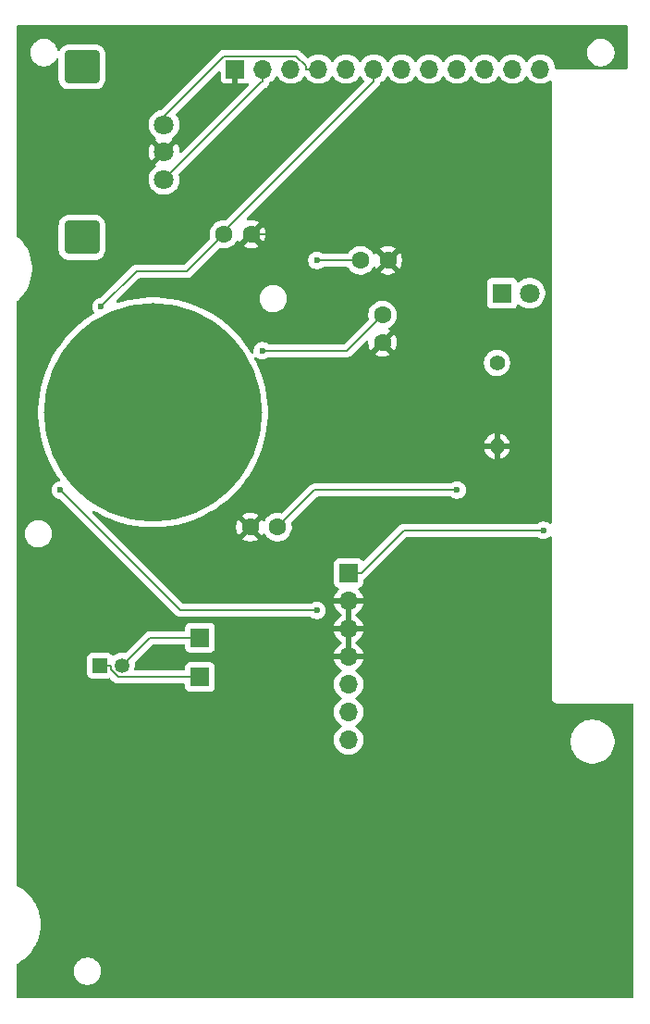
<source format=gbr>
%TF.GenerationSoftware,KiCad,Pcbnew,9.0.0*%
%TF.CreationDate,2025-04-14T10:38:46-04:00*%
%TF.ProjectId,leftPCB,6c656674-5043-4422-9e6b-696361645f70,rev?*%
%TF.SameCoordinates,Original*%
%TF.FileFunction,Copper,L2,Bot*%
%TF.FilePolarity,Positive*%
%FSLAX46Y46*%
G04 Gerber Fmt 4.6, Leading zero omitted, Abs format (unit mm)*
G04 Created by KiCad (PCBNEW 9.0.0) date 2025-04-14 10:38:46*
%MOMM*%
%LPD*%
G01*
G04 APERTURE LIST*
G04 Aperture macros list*
%AMRoundRect*
0 Rectangle with rounded corners*
0 $1 Rounding radius*
0 $2 $3 $4 $5 $6 $7 $8 $9 X,Y pos of 4 corners*
0 Add a 4 corners polygon primitive as box body*
4,1,4,$2,$3,$4,$5,$6,$7,$8,$9,$2,$3,0*
0 Add four circle primitives for the rounded corners*
1,1,$1+$1,$2,$3*
1,1,$1+$1,$4,$5*
1,1,$1+$1,$6,$7*
1,1,$1+$1,$8,$9*
0 Add four rect primitives between the rounded corners*
20,1,$1+$1,$2,$3,$4,$5,0*
20,1,$1+$1,$4,$5,$6,$7,0*
20,1,$1+$1,$6,$7,$8,$9,0*
20,1,$1+$1,$8,$9,$2,$3,0*%
G04 Aperture macros list end*
%TA.AperFunction,Conductor*%
%ADD10C,10.000000*%
%TD*%
%TA.AperFunction,ComponentPad*%
%ADD11R,1.700000X1.700000*%
%TD*%
%TA.AperFunction,ComponentPad*%
%ADD12R,1.350000X1.350000*%
%TD*%
%TA.AperFunction,ComponentPad*%
%ADD13C,1.350000*%
%TD*%
%TA.AperFunction,ComponentPad*%
%ADD14C,1.600000*%
%TD*%
%TA.AperFunction,ComponentPad*%
%ADD15O,1.700000X1.700000*%
%TD*%
%TA.AperFunction,ComponentPad*%
%ADD16O,1.400000X1.400000*%
%TD*%
%TA.AperFunction,ComponentPad*%
%ADD17C,1.400000*%
%TD*%
%TA.AperFunction,ComponentPad*%
%ADD18R,1.800000X1.800000*%
%TD*%
%TA.AperFunction,ComponentPad*%
%ADD19C,1.800000*%
%TD*%
%TA.AperFunction,ComponentPad*%
%ADD20RoundRect,0.465000X-1.185000X1.085000X-1.185000X-1.085000X1.185000X-1.085000X1.185000X1.085000X0*%
%TD*%
%TA.AperFunction,ViaPad*%
%ADD21C,0.600000*%
%TD*%
%TA.AperFunction,Conductor*%
%ADD22C,0.200000*%
%TD*%
G04 APERTURE END LIST*
D10*
%TO.N,/Left*%
X139994000Y-81898000D02*
G75*
G02*
X129994000Y-81898000I-5000000J0D01*
G01*
X129994000Y-81898000D02*
G75*
G02*
X139994000Y-81898000I5000000J0D01*
G01*
%TD*%
D11*
%TO.P,J4,1,Pin_1*%
%TO.N,/Speaker_Neg*%
X139300000Y-106100000D03*
%TD*%
D12*
%TO.P,J5,1,1*%
%TO.N,/Speaker_Neg*%
X130150000Y-105050000D03*
D13*
%TO.P,J5,2,2*%
%TO.N,/Speaker_Pos*%
X132150000Y-105050000D03*
%TD*%
D14*
%TO.P,C4,1*%
%TO.N,GND*%
X156000000Y-75500000D03*
%TO.P,C4,2*%
%TO.N,/Right*%
X156000000Y-73000000D03*
%TD*%
D15*
%TO.P,J2,3,Pin_3*%
%TO.N,GND*%
X152900000Y-101680000D03*
%TO.P,J2,4,Pin_4*%
X152900000Y-104220000D03*
%TO.P,J2,2,Pin_2*%
X152900000Y-99140000D03*
D11*
%TO.P,J2,1,Pin_1*%
%TO.N,/5v*%
X152900000Y-96600000D03*
D15*
%TO.P,J2,5,Pin_5*%
%TO.N,/D_In*%
X152900000Y-106760000D03*
%TO.P,J2,6,Pin_6*%
%TO.N,/Clk*%
X152900000Y-109300000D03*
%TO.P,J2,7,Pin_7*%
%TO.N,/LR_Clk*%
X152900000Y-111840000D03*
%TD*%
D16*
%TO.P,R1,2*%
%TO.N,GND*%
X166500000Y-85000000D03*
D17*
%TO.P,R1,1*%
%TO.N,Net-(D1-K)*%
X166500000Y-77380000D03*
%TD*%
D14*
%TO.P,C1,1*%
%TO.N,GND*%
X144000000Y-65600000D03*
%TO.P,C1,2*%
%TO.N,/Up*%
X141500000Y-65600000D03*
%TD*%
D11*
%TO.P,J1,1,Pin_1*%
%TO.N,GND*%
X142525000Y-50500000D03*
D15*
%TO.P,J1,2,Pin_2*%
%TO.N,/Volume_B*%
X145065000Y-50500000D03*
%TO.P,J1,3,Pin_3*%
%TO.N,/LR_Clk*%
X147605000Y-50500000D03*
%TO.P,J1,4,Pin_4*%
%TO.N,/Volume_A*%
X150145000Y-50500000D03*
%TO.P,J1,5,Pin_5*%
%TO.N,/D_In*%
X152685000Y-50500000D03*
%TO.P,J1,6,Pin_6*%
%TO.N,/Up*%
X155225000Y-50500000D03*
%TO.P,J1,7,Pin_7*%
%TO.N,/Left*%
X157765000Y-50500000D03*
%TO.P,J1,8,Pin_8*%
%TO.N,/Right*%
X160305000Y-50500000D03*
%TO.P,J1,9,Pin_9*%
%TO.N,/Down*%
X162845000Y-50500000D03*
%TO.P,J1,10,Pin_10*%
%TO.N,/Power_LED*%
X165385000Y-50500000D03*
%TO.P,J1,11,Pin_11*%
%TO.N,/Clk*%
X167925000Y-50500000D03*
%TO.P,J1,12,Pin_12*%
%TO.N,/5v*%
X170465000Y-50500000D03*
%TD*%
D14*
%TO.P,C3,1*%
%TO.N,GND*%
X156500000Y-68000000D03*
%TO.P,C3,2*%
%TO.N,/Left*%
X154000000Y-68000000D03*
%TD*%
D18*
%TO.P,D1,1,K*%
%TO.N,Net-(D1-K)*%
X166960000Y-71000000D03*
D19*
%TO.P,D1,2,A*%
%TO.N,/Power_LED*%
X169500000Y-71000000D03*
%TD*%
D11*
%TO.P,J3,1,Pin_1*%
%TO.N,/Speaker_Pos*%
X139300000Y-102500000D03*
%TD*%
D14*
%TO.P,C2,1*%
%TO.N,GND*%
X143900000Y-92400000D03*
%TO.P,C2,2*%
%TO.N,/Down*%
X146400000Y-92400000D03*
%TD*%
D19*
%TO.P,SW5,C,C*%
%TO.N,GND*%
X136000000Y-58100000D03*
D20*
%TO.P,SW5,*%
%TO.N,*%
X128500000Y-50300000D03*
X128500000Y-65900000D03*
D19*
%TO.P,SW5,A,A*%
%TO.N,/Volume_A*%
X136000000Y-55600000D03*
%TO.P,SW5,B,B*%
%TO.N,/Volume_B*%
X136000000Y-60600000D03*
%TD*%
D21*
%TO.N,/Left*%
X126500000Y-89000000D03*
X150000000Y-100000000D03*
X150000000Y-68000000D03*
%TO.N,/Up*%
X130250000Y-72250000D03*
%TO.N,/Down*%
X162845000Y-89002500D03*
%TO.N,/5v*%
X170741100Y-92671400D03*
%TO.N,/Right*%
X145000000Y-76252900D03*
%TD*%
D22*
%TO.N,/Left*%
X137500000Y-100000000D02*
X126500000Y-89000000D01*
X150000000Y-100000000D02*
X137500000Y-100000000D01*
X154000000Y-68000000D02*
X150000000Y-68000000D01*
%TO.N,/Right*%
X152747100Y-76252900D02*
X156000000Y-73000000D01*
X145000000Y-76252900D02*
X152747100Y-76252900D01*
%TO.N,GND*%
X152900000Y-99140000D02*
X150640000Y-99140000D01*
X150640000Y-99140000D02*
X143900000Y-92400000D01*
X165498300Y-85000000D02*
X165498300Y-84998300D01*
X166500000Y-85000000D02*
X165498300Y-85000000D01*
X144000000Y-65600000D02*
X154100000Y-65600000D01*
X154100000Y-65600000D02*
X156500000Y-68000000D01*
X165498300Y-84998300D02*
X156000000Y-75500000D01*
X142525000Y-50500000D02*
X142525000Y-51651700D01*
X142448300Y-51651700D02*
X142525000Y-51651700D01*
X136000000Y-58100000D02*
X142448300Y-51651700D01*
%TO.N,/Volume_A*%
X148106500Y-49344700D02*
X148993300Y-50231500D01*
X148993300Y-50231500D02*
X148993300Y-50500000D01*
X136000000Y-54841800D02*
X141497100Y-49344700D01*
X136000000Y-55600000D02*
X136000000Y-54841800D01*
X150145000Y-50500000D02*
X148993300Y-50500000D01*
X141497100Y-49344700D02*
X148106500Y-49344700D01*
%TO.N,/Down*%
X146400000Y-92400000D02*
X149797500Y-89002500D01*
X149797500Y-89002500D02*
X162845000Y-89002500D01*
%TO.N,/Volume_B*%
X144948300Y-51651700D02*
X145065000Y-51651700D01*
X136000000Y-60600000D02*
X144948300Y-51651700D01*
X145065000Y-50500000D02*
X145065000Y-51651700D01*
%TO.N,/5v*%
X154051700Y-96600000D02*
X157980300Y-92671400D01*
X152900000Y-96600000D02*
X154051700Y-96600000D01*
X157980300Y-92671400D02*
X170741100Y-92671400D01*
%TO.N,/Speaker_Pos*%
X134700000Y-102500000D02*
X139300000Y-102500000D01*
X132150000Y-105050000D02*
X134700000Y-102500000D01*
%TO.N,/Speaker_Neg*%
X131810400Y-106100000D02*
X139300000Y-106100000D01*
X130150000Y-105050000D02*
X131126700Y-105050000D01*
X131126700Y-105050000D02*
X131126700Y-105416300D01*
X131126700Y-105416300D02*
X131810400Y-106100000D01*
%TO.N,/Up*%
X155225000Y-51651700D02*
X141500000Y-65376700D01*
X141500000Y-65376700D02*
X141500000Y-65600000D01*
X155225000Y-50500000D02*
X155225000Y-51651700D01*
X133500000Y-69000000D02*
X130250000Y-72250000D01*
X138100000Y-69000000D02*
X133500000Y-69000000D01*
X141500000Y-65600000D02*
X138100000Y-69000000D01*
%TD*%
%TA.AperFunction,Conductor*%
%TO.N,GND*%
G36*
X178442070Y-46520385D02*
G01*
X178487825Y-46573189D01*
X178499031Y-46624694D01*
X178499102Y-48046072D01*
X178499215Y-50307007D01*
X178499219Y-50375494D01*
X178479538Y-50442534D01*
X178426736Y-50488292D01*
X178375219Y-50499500D01*
X171938161Y-50499500D01*
X171871122Y-50479815D01*
X171825367Y-50427011D01*
X171815688Y-50394898D01*
X171787924Y-50219609D01*
X171782246Y-50183757D01*
X171716557Y-49981588D01*
X171620051Y-49792184D01*
X171620049Y-49792181D01*
X171620048Y-49792179D01*
X171495109Y-49620213D01*
X171344786Y-49469890D01*
X171172820Y-49344951D01*
X170983414Y-49248444D01*
X170983413Y-49248443D01*
X170983412Y-49248443D01*
X170781243Y-49182754D01*
X170781241Y-49182753D01*
X170781240Y-49182753D01*
X170619957Y-49157208D01*
X170571287Y-49149500D01*
X170358713Y-49149500D01*
X170310042Y-49157208D01*
X170148760Y-49182753D01*
X169946585Y-49248444D01*
X169757179Y-49344951D01*
X169585213Y-49469890D01*
X169434890Y-49620213D01*
X169309949Y-49792182D01*
X169305484Y-49800946D01*
X169257509Y-49851742D01*
X169189688Y-49868536D01*
X169123553Y-49845998D01*
X169084516Y-49800946D01*
X169080050Y-49792182D01*
X168955109Y-49620213D01*
X168804786Y-49469890D01*
X168632820Y-49344951D01*
X168443414Y-49248444D01*
X168443413Y-49248443D01*
X168443412Y-49248443D01*
X168241243Y-49182754D01*
X168241241Y-49182753D01*
X168241240Y-49182753D01*
X168079957Y-49157208D01*
X168031287Y-49149500D01*
X167818713Y-49149500D01*
X167770042Y-49157208D01*
X167608760Y-49182753D01*
X167406585Y-49248444D01*
X167217179Y-49344951D01*
X167045213Y-49469890D01*
X166894890Y-49620213D01*
X166769949Y-49792182D01*
X166765484Y-49800946D01*
X166717509Y-49851742D01*
X166649688Y-49868536D01*
X166583553Y-49845998D01*
X166544516Y-49800946D01*
X166540050Y-49792182D01*
X166415109Y-49620213D01*
X166264786Y-49469890D01*
X166092820Y-49344951D01*
X165903414Y-49248444D01*
X165903413Y-49248443D01*
X165903412Y-49248443D01*
X165701243Y-49182754D01*
X165701241Y-49182753D01*
X165701240Y-49182753D01*
X165539957Y-49157208D01*
X165491287Y-49149500D01*
X165278713Y-49149500D01*
X165230042Y-49157208D01*
X165068760Y-49182753D01*
X164866585Y-49248444D01*
X164677179Y-49344951D01*
X164505213Y-49469890D01*
X164354890Y-49620213D01*
X164229949Y-49792182D01*
X164225484Y-49800946D01*
X164177509Y-49851742D01*
X164109688Y-49868536D01*
X164043553Y-49845998D01*
X164004516Y-49800946D01*
X164000050Y-49792182D01*
X163875109Y-49620213D01*
X163724786Y-49469890D01*
X163552820Y-49344951D01*
X163363414Y-49248444D01*
X163363413Y-49248443D01*
X163363412Y-49248443D01*
X163161243Y-49182754D01*
X163161241Y-49182753D01*
X163161240Y-49182753D01*
X162999957Y-49157208D01*
X162951287Y-49149500D01*
X162738713Y-49149500D01*
X162690042Y-49157208D01*
X162528760Y-49182753D01*
X162326585Y-49248444D01*
X162137179Y-49344951D01*
X161965213Y-49469890D01*
X161814890Y-49620213D01*
X161689949Y-49792182D01*
X161685484Y-49800946D01*
X161637509Y-49851742D01*
X161569688Y-49868536D01*
X161503553Y-49845998D01*
X161464516Y-49800946D01*
X161460050Y-49792182D01*
X161335109Y-49620213D01*
X161184786Y-49469890D01*
X161012820Y-49344951D01*
X160823414Y-49248444D01*
X160823413Y-49248443D01*
X160823412Y-49248443D01*
X160621243Y-49182754D01*
X160621241Y-49182753D01*
X160621240Y-49182753D01*
X160459957Y-49157208D01*
X160411287Y-49149500D01*
X160198713Y-49149500D01*
X160150042Y-49157208D01*
X159988760Y-49182753D01*
X159786585Y-49248444D01*
X159597179Y-49344951D01*
X159425213Y-49469890D01*
X159274890Y-49620213D01*
X159149949Y-49792182D01*
X159145484Y-49800946D01*
X159097509Y-49851742D01*
X159029688Y-49868536D01*
X158963553Y-49845998D01*
X158924516Y-49800946D01*
X158920050Y-49792182D01*
X158795109Y-49620213D01*
X158644786Y-49469890D01*
X158472820Y-49344951D01*
X158283414Y-49248444D01*
X158283413Y-49248443D01*
X158283412Y-49248443D01*
X158081243Y-49182754D01*
X158081241Y-49182753D01*
X158081240Y-49182753D01*
X157919957Y-49157208D01*
X157871287Y-49149500D01*
X157658713Y-49149500D01*
X157610042Y-49157208D01*
X157448760Y-49182753D01*
X157246585Y-49248444D01*
X157057179Y-49344951D01*
X156885213Y-49469890D01*
X156734890Y-49620213D01*
X156609949Y-49792182D01*
X156605484Y-49800946D01*
X156557509Y-49851742D01*
X156489688Y-49868536D01*
X156423553Y-49845998D01*
X156384516Y-49800946D01*
X156380050Y-49792182D01*
X156255109Y-49620213D01*
X156104786Y-49469890D01*
X155932820Y-49344951D01*
X155743414Y-49248444D01*
X155743413Y-49248443D01*
X155743412Y-49248443D01*
X155541243Y-49182754D01*
X155541241Y-49182753D01*
X155541240Y-49182753D01*
X155379957Y-49157208D01*
X155331287Y-49149500D01*
X155118713Y-49149500D01*
X155070042Y-49157208D01*
X154908760Y-49182753D01*
X154706585Y-49248444D01*
X154517179Y-49344951D01*
X154345213Y-49469890D01*
X154194890Y-49620213D01*
X154069949Y-49792182D01*
X154065484Y-49800946D01*
X154017509Y-49851742D01*
X153949688Y-49868536D01*
X153883553Y-49845998D01*
X153844516Y-49800946D01*
X153840050Y-49792182D01*
X153715109Y-49620213D01*
X153564786Y-49469890D01*
X153392820Y-49344951D01*
X153203414Y-49248444D01*
X153203413Y-49248443D01*
X153203412Y-49248443D01*
X153001243Y-49182754D01*
X153001241Y-49182753D01*
X153001240Y-49182753D01*
X152839957Y-49157208D01*
X152791287Y-49149500D01*
X152578713Y-49149500D01*
X152530042Y-49157208D01*
X152368760Y-49182753D01*
X152166585Y-49248444D01*
X151977179Y-49344951D01*
X151805213Y-49469890D01*
X151654890Y-49620213D01*
X151529949Y-49792182D01*
X151525484Y-49800946D01*
X151477509Y-49851742D01*
X151409688Y-49868536D01*
X151343553Y-49845998D01*
X151304516Y-49800946D01*
X151300050Y-49792182D01*
X151175109Y-49620213D01*
X151024786Y-49469890D01*
X150852820Y-49344951D01*
X150663414Y-49248444D01*
X150663413Y-49248443D01*
X150663412Y-49248443D01*
X150461243Y-49182754D01*
X150461241Y-49182753D01*
X150461240Y-49182753D01*
X150299957Y-49157208D01*
X150251287Y-49149500D01*
X150038713Y-49149500D01*
X149990042Y-49157208D01*
X149828760Y-49182753D01*
X149626585Y-49248444D01*
X149437179Y-49344951D01*
X149265211Y-49469892D01*
X149265199Y-49469903D01*
X149260738Y-49474363D01*
X149199411Y-49507841D01*
X149129720Y-49502847D01*
X149085387Y-49474352D01*
X148594090Y-48983055D01*
X148594088Y-48983052D01*
X148512613Y-48901577D01*
X174749500Y-48901577D01*
X174749500Y-49098422D01*
X174780290Y-49292826D01*
X174841117Y-49480029D01*
X174930425Y-49655305D01*
X174930476Y-49655405D01*
X175046172Y-49814646D01*
X175185354Y-49953828D01*
X175344595Y-50069524D01*
X175404214Y-50099901D01*
X175519970Y-50158882D01*
X175519972Y-50158882D01*
X175519975Y-50158884D01*
X175596526Y-50183757D01*
X175707173Y-50219709D01*
X175901578Y-50250500D01*
X175901583Y-50250500D01*
X176098422Y-50250500D01*
X176292826Y-50219709D01*
X176293134Y-50219609D01*
X176480025Y-50158884D01*
X176655405Y-50069524D01*
X176814646Y-49953828D01*
X176953828Y-49814646D01*
X177069524Y-49655405D01*
X177158884Y-49480025D01*
X177219709Y-49292826D01*
X177219725Y-49292726D01*
X177250500Y-49098422D01*
X177250500Y-48901577D01*
X177219709Y-48707173D01*
X177161741Y-48528768D01*
X177158884Y-48519975D01*
X177158882Y-48519972D01*
X177158882Y-48519970D01*
X177069523Y-48344594D01*
X177069451Y-48344495D01*
X176953828Y-48185354D01*
X176814646Y-48046172D01*
X176655405Y-47930476D01*
X176655209Y-47930376D01*
X176480029Y-47841117D01*
X176292826Y-47780290D01*
X176098422Y-47749500D01*
X176098417Y-47749500D01*
X175901583Y-47749500D01*
X175901578Y-47749500D01*
X175707173Y-47780290D01*
X175519970Y-47841117D01*
X175344594Y-47930476D01*
X175253741Y-47996485D01*
X175185354Y-48046172D01*
X175185352Y-48046174D01*
X175185351Y-48046174D01*
X175046174Y-48185351D01*
X175046174Y-48185352D01*
X175046172Y-48185354D01*
X174999567Y-48249500D01*
X174930476Y-48344594D01*
X174841117Y-48519970D01*
X174780290Y-48707173D01*
X174749500Y-48901577D01*
X148512613Y-48901577D01*
X148475217Y-48864181D01*
X148475216Y-48864180D01*
X148388404Y-48814060D01*
X148388404Y-48814059D01*
X148388400Y-48814058D01*
X148338285Y-48785123D01*
X148185557Y-48744199D01*
X148027443Y-48744199D01*
X148019847Y-48744199D01*
X148019831Y-48744200D01*
X141418041Y-48744200D01*
X141398262Y-48749499D01*
X141398263Y-48749500D01*
X141265314Y-48785123D01*
X141265309Y-48785126D01*
X141128390Y-48864175D01*
X141128382Y-48864181D01*
X141016578Y-48975986D01*
X135803353Y-54189210D01*
X135742030Y-54222695D01*
X135735072Y-54224002D01*
X135672046Y-54233985D01*
X135462396Y-54302103D01*
X135462393Y-54302104D01*
X135265974Y-54402187D01*
X135087641Y-54531752D01*
X135087636Y-54531756D01*
X134931756Y-54687636D01*
X134931752Y-54687641D01*
X134802187Y-54865974D01*
X134702104Y-55062393D01*
X134702103Y-55062396D01*
X134633985Y-55272047D01*
X134599500Y-55489778D01*
X134599500Y-55710221D01*
X134633985Y-55927952D01*
X134702103Y-56137603D01*
X134702104Y-56137606D01*
X134802187Y-56334025D01*
X134931752Y-56512358D01*
X134931756Y-56512363D01*
X135087636Y-56668243D01*
X135087641Y-56668247D01*
X135200151Y-56749990D01*
X135242817Y-56805319D01*
X135248796Y-56874933D01*
X135216191Y-56936728D01*
X135202513Y-56948579D01*
X135202485Y-56948932D01*
X135752511Y-57498958D01*
X135692110Y-57523978D01*
X135585649Y-57595112D01*
X135495112Y-57685649D01*
X135423978Y-57792110D01*
X135398958Y-57852511D01*
X134848932Y-57302485D01*
X134848931Y-57302485D01*
X134802616Y-57366233D01*
X134702567Y-57562589D01*
X134634473Y-57772164D01*
X134600000Y-57989818D01*
X134600000Y-58210181D01*
X134634473Y-58427835D01*
X134702567Y-58637410D01*
X134802611Y-58833756D01*
X134848932Y-58897513D01*
X135398958Y-58347487D01*
X135423978Y-58407890D01*
X135495112Y-58514351D01*
X135585649Y-58604888D01*
X135692110Y-58676022D01*
X135752510Y-58701041D01*
X135202485Y-59251065D01*
X135202602Y-59252548D01*
X135242818Y-59304701D01*
X135248797Y-59374315D01*
X135216192Y-59436110D01*
X135200153Y-59450008D01*
X135087636Y-59531756D01*
X134931756Y-59687636D01*
X134931752Y-59687641D01*
X134802187Y-59865974D01*
X134702104Y-60062393D01*
X134702103Y-60062396D01*
X134633985Y-60272047D01*
X134599500Y-60489778D01*
X134599500Y-60710221D01*
X134633985Y-60927952D01*
X134702103Y-61137603D01*
X134702104Y-61137606D01*
X134802187Y-61334025D01*
X134931752Y-61512358D01*
X134931756Y-61512363D01*
X135087636Y-61668243D01*
X135087641Y-61668247D01*
X135243192Y-61781260D01*
X135265978Y-61797815D01*
X135394375Y-61863237D01*
X135462393Y-61897895D01*
X135462396Y-61897896D01*
X135567221Y-61931955D01*
X135672049Y-61966015D01*
X135889778Y-62000500D01*
X135889779Y-62000500D01*
X136110221Y-62000500D01*
X136110222Y-62000500D01*
X136327951Y-61966015D01*
X136537606Y-61897895D01*
X136734022Y-61797815D01*
X136912365Y-61668242D01*
X137068242Y-61512365D01*
X137197815Y-61334022D01*
X137297895Y-61137606D01*
X137366015Y-60927951D01*
X137400500Y-60710222D01*
X137400500Y-60489778D01*
X137366015Y-60272049D01*
X137343188Y-60201794D01*
X137341193Y-60131953D01*
X137373436Y-60075797D01*
X145192933Y-52256300D01*
X145248517Y-52224209D01*
X145296784Y-52211277D01*
X145324418Y-52195323D01*
X145433709Y-52132224D01*
X145433708Y-52132224D01*
X145433716Y-52132220D01*
X145545520Y-52020416D01*
X145624577Y-51883484D01*
X145657736Y-51759732D01*
X145694100Y-51700073D01*
X145721212Y-51681344D01*
X145772816Y-51655051D01*
X145844307Y-51603110D01*
X145944786Y-51530109D01*
X145944788Y-51530106D01*
X145944792Y-51530104D01*
X146095104Y-51379792D01*
X146095106Y-51379788D01*
X146095109Y-51379786D01*
X146220048Y-51207820D01*
X146220047Y-51207820D01*
X146220051Y-51207816D01*
X146224514Y-51199054D01*
X146272488Y-51148259D01*
X146340308Y-51131463D01*
X146406444Y-51153999D01*
X146445486Y-51199056D01*
X146449951Y-51207820D01*
X146574890Y-51379786D01*
X146725213Y-51530109D01*
X146897179Y-51655048D01*
X146897181Y-51655049D01*
X146897184Y-51655051D01*
X147086588Y-51751557D01*
X147288757Y-51817246D01*
X147498713Y-51850500D01*
X147498714Y-51850500D01*
X147711286Y-51850500D01*
X147711287Y-51850500D01*
X147921243Y-51817246D01*
X148123412Y-51751557D01*
X148312816Y-51655051D01*
X148384307Y-51603110D01*
X148484786Y-51530109D01*
X148484788Y-51530106D01*
X148484792Y-51530104D01*
X148635104Y-51379792D01*
X148760051Y-51207816D01*
X148764513Y-51199056D01*
X148812483Y-51148261D01*
X148880303Y-51131463D01*
X148946440Y-51153997D01*
X148985481Y-51199050D01*
X148989946Y-51207812D01*
X148989948Y-51207815D01*
X149114890Y-51379786D01*
X149265213Y-51530109D01*
X149437179Y-51655048D01*
X149437181Y-51655049D01*
X149437184Y-51655051D01*
X149626588Y-51751557D01*
X149828757Y-51817246D01*
X150038713Y-51850500D01*
X150038714Y-51850500D01*
X150251286Y-51850500D01*
X150251287Y-51850500D01*
X150461243Y-51817246D01*
X150663412Y-51751557D01*
X150852816Y-51655051D01*
X150924307Y-51603110D01*
X151024786Y-51530109D01*
X151024788Y-51530106D01*
X151024792Y-51530104D01*
X151175104Y-51379792D01*
X151175106Y-51379788D01*
X151175109Y-51379786D01*
X151300048Y-51207820D01*
X151300047Y-51207820D01*
X151300051Y-51207816D01*
X151304514Y-51199054D01*
X151352488Y-51148259D01*
X151420308Y-51131463D01*
X151486444Y-51153999D01*
X151525486Y-51199056D01*
X151529951Y-51207820D01*
X151654890Y-51379786D01*
X151805213Y-51530109D01*
X151977179Y-51655048D01*
X151977181Y-51655049D01*
X151977184Y-51655051D01*
X152166588Y-51751557D01*
X152368757Y-51817246D01*
X152578713Y-51850500D01*
X152578714Y-51850500D01*
X152791286Y-51850500D01*
X152791287Y-51850500D01*
X153001243Y-51817246D01*
X153203412Y-51751557D01*
X153392816Y-51655051D01*
X153464307Y-51603110D01*
X153564786Y-51530109D01*
X153564788Y-51530106D01*
X153564792Y-51530104D01*
X153715104Y-51379792D01*
X153715106Y-51379788D01*
X153715109Y-51379786D01*
X153840048Y-51207820D01*
X153840047Y-51207820D01*
X153840051Y-51207816D01*
X153844514Y-51199054D01*
X153892488Y-51148259D01*
X153960308Y-51131463D01*
X154026444Y-51153999D01*
X154065486Y-51199056D01*
X154069951Y-51207820D01*
X154194890Y-51379786D01*
X154333603Y-51518499D01*
X154367088Y-51579822D01*
X154362104Y-51649514D01*
X154333603Y-51693861D01*
X141755464Y-64271999D01*
X141694141Y-64305484D01*
X141648385Y-64306791D01*
X141602352Y-64299500D01*
X141397648Y-64299500D01*
X141373329Y-64303351D01*
X141195465Y-64331522D01*
X141000776Y-64394781D01*
X140818386Y-64487715D01*
X140652786Y-64608028D01*
X140508028Y-64752786D01*
X140387715Y-64918386D01*
X140294781Y-65100776D01*
X140231522Y-65295465D01*
X140199500Y-65497648D01*
X140199500Y-65702351D01*
X140231522Y-65904534D01*
X140236173Y-65918848D01*
X140238165Y-65988690D01*
X140205921Y-66044842D01*
X137887584Y-68363181D01*
X137826261Y-68396666D01*
X137799903Y-68399500D01*
X133579057Y-68399500D01*
X133420943Y-68399500D01*
X133268215Y-68440423D01*
X133268214Y-68440423D01*
X133268212Y-68440424D01*
X133268209Y-68440425D01*
X133218096Y-68469359D01*
X133218095Y-68469360D01*
X133174689Y-68494420D01*
X133131285Y-68519479D01*
X133131282Y-68519481D01*
X130235339Y-71415425D01*
X130174016Y-71448910D01*
X130171850Y-71449361D01*
X130016508Y-71480261D01*
X130016498Y-71480264D01*
X129870827Y-71540602D01*
X129870814Y-71540609D01*
X129739711Y-71628210D01*
X129739707Y-71628213D01*
X129628213Y-71739707D01*
X129628210Y-71739711D01*
X129540609Y-71870814D01*
X129540602Y-71870827D01*
X129480264Y-72016498D01*
X129480261Y-72016510D01*
X129449500Y-72171153D01*
X129449500Y-72328846D01*
X129480261Y-72483489D01*
X129480264Y-72483501D01*
X129540602Y-72629172D01*
X129540609Y-72629185D01*
X129609129Y-72731731D01*
X129630007Y-72798408D01*
X129611523Y-72865788D01*
X129570177Y-72906739D01*
X129290171Y-73076009D01*
X129290146Y-73076025D01*
X128767911Y-73436498D01*
X128268383Y-73827852D01*
X128268382Y-73827853D01*
X127793394Y-74248656D01*
X127793358Y-74248690D01*
X127344690Y-74697358D01*
X127344656Y-74697394D01*
X126923853Y-75172382D01*
X126923852Y-75172383D01*
X126532498Y-75671911D01*
X126172025Y-76194146D01*
X126172009Y-76194171D01*
X125843727Y-76737216D01*
X125548813Y-77299127D01*
X125288370Y-77877808D01*
X125063345Y-78471152D01*
X124874562Y-79076978D01*
X124874557Y-79076994D01*
X124722693Y-79693132D01*
X124608304Y-80317333D01*
X124531815Y-80947281D01*
X124493500Y-81580699D01*
X124493500Y-81580708D01*
X124493500Y-82215292D01*
X124531815Y-82848717D01*
X124608305Y-83478674D01*
X124683301Y-83887913D01*
X124722693Y-84102867D01*
X124874557Y-84719005D01*
X124874562Y-84719021D01*
X125063345Y-85324847D01*
X125288370Y-85918191D01*
X125548813Y-86496872D01*
X125843727Y-87058783D01*
X126172009Y-87601828D01*
X126172025Y-87601853D01*
X126457661Y-88015668D01*
X126479544Y-88082022D01*
X126462079Y-88149674D01*
X126410811Y-88197144D01*
X126379803Y-88207725D01*
X126266508Y-88230261D01*
X126266498Y-88230264D01*
X126120827Y-88290602D01*
X126120814Y-88290609D01*
X125989711Y-88378210D01*
X125989707Y-88378213D01*
X125878213Y-88489707D01*
X125878210Y-88489711D01*
X125790609Y-88620814D01*
X125790602Y-88620827D01*
X125730264Y-88766498D01*
X125730261Y-88766510D01*
X125699500Y-88921153D01*
X125699500Y-89078846D01*
X125730261Y-89233489D01*
X125730264Y-89233501D01*
X125790602Y-89379172D01*
X125790609Y-89379185D01*
X125878210Y-89510288D01*
X125878213Y-89510292D01*
X125989707Y-89621786D01*
X125989711Y-89621789D01*
X126120814Y-89709390D01*
X126120827Y-89709397D01*
X126266498Y-89769735D01*
X126266503Y-89769737D01*
X126331147Y-89782595D01*
X126421849Y-89800638D01*
X126483760Y-89833023D01*
X126485339Y-89834574D01*
X137015139Y-100364374D01*
X137015149Y-100364385D01*
X137019479Y-100368715D01*
X137019480Y-100368716D01*
X137131284Y-100480520D01*
X137182845Y-100510288D01*
X137218095Y-100530639D01*
X137218097Y-100530641D01*
X137256151Y-100552611D01*
X137268215Y-100559577D01*
X137420943Y-100600500D01*
X149420234Y-100600500D01*
X149487273Y-100620185D01*
X149489125Y-100621398D01*
X149620814Y-100709390D01*
X149620827Y-100709397D01*
X149766498Y-100769735D01*
X149766503Y-100769737D01*
X149921153Y-100800499D01*
X149921156Y-100800500D01*
X149921158Y-100800500D01*
X150078844Y-100800500D01*
X150078845Y-100800499D01*
X150233497Y-100769737D01*
X150379179Y-100709394D01*
X150510289Y-100621789D01*
X150621789Y-100510289D01*
X150709394Y-100379179D01*
X150722520Y-100347491D01*
X150769735Y-100233501D01*
X150769737Y-100233497D01*
X150800500Y-100078842D01*
X150800500Y-99921158D01*
X150800500Y-99921155D01*
X150800499Y-99921153D01*
X150769738Y-99766510D01*
X150769737Y-99766503D01*
X150724884Y-99658217D01*
X150709397Y-99620827D01*
X150709390Y-99620814D01*
X150621789Y-99489711D01*
X150621786Y-99489707D01*
X150510292Y-99378213D01*
X150510288Y-99378210D01*
X150379185Y-99290609D01*
X150379172Y-99290602D01*
X150233501Y-99230264D01*
X150233489Y-99230261D01*
X150078845Y-99199500D01*
X150078842Y-99199500D01*
X149921158Y-99199500D01*
X149921155Y-99199500D01*
X149766510Y-99230261D01*
X149766498Y-99230264D01*
X149620827Y-99290602D01*
X149620814Y-99290609D01*
X149489125Y-99378602D01*
X149422447Y-99399480D01*
X149420234Y-99399500D01*
X137800097Y-99399500D01*
X137733058Y-99379815D01*
X137712416Y-99363181D01*
X129453611Y-91104376D01*
X129420126Y-91043053D01*
X129425110Y-90973361D01*
X129466982Y-90917428D01*
X129532446Y-90893011D01*
X129600719Y-90907863D01*
X129605440Y-90910577D01*
X129833226Y-91048278D01*
X130395122Y-91343184D01*
X130973798Y-91603625D01*
X130973805Y-91603627D01*
X130973808Y-91603629D01*
X131072973Y-91641237D01*
X131567144Y-91828652D01*
X132172994Y-92017442D01*
X132789138Y-92169308D01*
X133413326Y-92283695D01*
X134043283Y-92360185D01*
X134676708Y-92398500D01*
X134676721Y-92398500D01*
X135311279Y-92398500D01*
X135311292Y-92398500D01*
X135944717Y-92360185D01*
X136459480Y-92297682D01*
X142600000Y-92297682D01*
X142600000Y-92502317D01*
X142632009Y-92704417D01*
X142695244Y-92899031D01*
X142788141Y-93081350D01*
X142788147Y-93081359D01*
X142820523Y-93125921D01*
X142820524Y-93125922D01*
X143500000Y-92446446D01*
X143500000Y-92452661D01*
X143527259Y-92554394D01*
X143579920Y-92645606D01*
X143654394Y-92720080D01*
X143745606Y-92772741D01*
X143847339Y-92800000D01*
X143853553Y-92800000D01*
X143174076Y-93479474D01*
X143218650Y-93511859D01*
X143400968Y-93604755D01*
X143595582Y-93667990D01*
X143797683Y-93700000D01*
X144002317Y-93700000D01*
X144204417Y-93667990D01*
X144399031Y-93604755D01*
X144581349Y-93511859D01*
X144625921Y-93479474D01*
X143946447Y-92800000D01*
X143952661Y-92800000D01*
X144054394Y-92772741D01*
X144145606Y-92720080D01*
X144220080Y-92645606D01*
X144272741Y-92554394D01*
X144300000Y-92452661D01*
X144300000Y-92446448D01*
X144979474Y-93125922D01*
X144979474Y-93125921D01*
X145011859Y-93081349D01*
X145039233Y-93027624D01*
X145087207Y-92976827D01*
X145155028Y-92960031D01*
X145221163Y-92982567D01*
X145260203Y-93027621D01*
X145287713Y-93081611D01*
X145408028Y-93247213D01*
X145552786Y-93391971D01*
X145673226Y-93479474D01*
X145718390Y-93512287D01*
X145834607Y-93571503D01*
X145900776Y-93605218D01*
X145900778Y-93605218D01*
X145900781Y-93605220D01*
X146005137Y-93639127D01*
X146095465Y-93668477D01*
X146196557Y-93684488D01*
X146297648Y-93700500D01*
X146297649Y-93700500D01*
X146502351Y-93700500D01*
X146502352Y-93700500D01*
X146704534Y-93668477D01*
X146899219Y-93605220D01*
X147081610Y-93512287D01*
X147179543Y-93441135D01*
X147247213Y-93391971D01*
X147247215Y-93391968D01*
X147247219Y-93391966D01*
X147391966Y-93247219D01*
X147391968Y-93247215D01*
X147391971Y-93247213D01*
X147444732Y-93174590D01*
X147512287Y-93081610D01*
X147605220Y-92899219D01*
X147668477Y-92704534D01*
X147700500Y-92502352D01*
X147700500Y-92297648D01*
X147692257Y-92245606D01*
X147668478Y-92095472D01*
X147668477Y-92095471D01*
X147668477Y-92095466D01*
X147663825Y-92081151D01*
X147661832Y-92011312D01*
X147694075Y-91955158D01*
X150009917Y-89639319D01*
X150071240Y-89605834D01*
X150097598Y-89603000D01*
X162265234Y-89603000D01*
X162332273Y-89622685D01*
X162334125Y-89623898D01*
X162465814Y-89711890D01*
X162465827Y-89711897D01*
X162605467Y-89769737D01*
X162611503Y-89772237D01*
X162753590Y-89800500D01*
X162766153Y-89802999D01*
X162766156Y-89803000D01*
X162766158Y-89803000D01*
X162923844Y-89803000D01*
X162923845Y-89802999D01*
X163078497Y-89772237D01*
X163224179Y-89711894D01*
X163355289Y-89624289D01*
X163466789Y-89512789D01*
X163554394Y-89381679D01*
X163555433Y-89379172D01*
X163614735Y-89236001D01*
X163614737Y-89235997D01*
X163645500Y-89081342D01*
X163645500Y-88923658D01*
X163645500Y-88923655D01*
X163645499Y-88923653D01*
X163614738Y-88769010D01*
X163614737Y-88769003D01*
X163613704Y-88766510D01*
X163554397Y-88623327D01*
X163554390Y-88623314D01*
X163466789Y-88492211D01*
X163466786Y-88492207D01*
X163355292Y-88380713D01*
X163355288Y-88380710D01*
X163224185Y-88293109D01*
X163224172Y-88293102D01*
X163078501Y-88232764D01*
X163078489Y-88232761D01*
X162923845Y-88202000D01*
X162923842Y-88202000D01*
X162766158Y-88202000D01*
X162766155Y-88202000D01*
X162611510Y-88232761D01*
X162611498Y-88232764D01*
X162465827Y-88293102D01*
X162465814Y-88293109D01*
X162334125Y-88381102D01*
X162267447Y-88401980D01*
X162265234Y-88402000D01*
X149884170Y-88402000D01*
X149884154Y-88401999D01*
X149876558Y-88401999D01*
X149718443Y-88401999D01*
X149642079Y-88422461D01*
X149565714Y-88442923D01*
X149565709Y-88442926D01*
X149428790Y-88521975D01*
X149428782Y-88521981D01*
X146844842Y-91105921D01*
X146783519Y-91139406D01*
X146718848Y-91136173D01*
X146704534Y-91131522D01*
X146529995Y-91103878D01*
X146502352Y-91099500D01*
X146297648Y-91099500D01*
X146273329Y-91103351D01*
X146095465Y-91131522D01*
X145900776Y-91194781D01*
X145718386Y-91287715D01*
X145552786Y-91408028D01*
X145408028Y-91552786D01*
X145287714Y-91718386D01*
X145260203Y-91772379D01*
X145212227Y-91823174D01*
X145144406Y-91839968D01*
X145078272Y-91817429D01*
X145039234Y-91772376D01*
X145011861Y-91718652D01*
X144979474Y-91674077D01*
X144979474Y-91674076D01*
X144300000Y-92353551D01*
X144300000Y-92347339D01*
X144272741Y-92245606D01*
X144220080Y-92154394D01*
X144145606Y-92079920D01*
X144054394Y-92027259D01*
X143952661Y-92000000D01*
X143946446Y-92000000D01*
X144625922Y-91320524D01*
X144625921Y-91320523D01*
X144581359Y-91288147D01*
X144581350Y-91288141D01*
X144399031Y-91195244D01*
X144204417Y-91132009D01*
X144002317Y-91100000D01*
X143797683Y-91100000D01*
X143595582Y-91132009D01*
X143400968Y-91195244D01*
X143218644Y-91288143D01*
X143174077Y-91320523D01*
X143174077Y-91320524D01*
X143853554Y-92000000D01*
X143847339Y-92000000D01*
X143745606Y-92027259D01*
X143654394Y-92079920D01*
X143579920Y-92154394D01*
X143527259Y-92245606D01*
X143500000Y-92347339D01*
X143500000Y-92353553D01*
X142820524Y-91674077D01*
X142820523Y-91674077D01*
X142788143Y-91718644D01*
X142695244Y-91900968D01*
X142632009Y-92095582D01*
X142600000Y-92297682D01*
X136459480Y-92297682D01*
X136574674Y-92283695D01*
X137198862Y-92169308D01*
X137815006Y-92017442D01*
X138420856Y-91828652D01*
X139014202Y-91603625D01*
X139592878Y-91343184D01*
X140154774Y-91048278D01*
X140697838Y-90719985D01*
X141220090Y-90359500D01*
X141493353Y-90145412D01*
X141719616Y-89968147D01*
X141719617Y-89968146D01*
X141719623Y-89968141D01*
X142194616Y-89547334D01*
X142643334Y-89098616D01*
X143064141Y-88623623D01*
X143064146Y-88623617D01*
X143064147Y-88623616D01*
X143323084Y-88293106D01*
X143455500Y-88124090D01*
X143815985Y-87601838D01*
X144144278Y-87058774D01*
X144439184Y-86496878D01*
X144699625Y-85918202D01*
X144924652Y-85324856D01*
X144947978Y-85250000D01*
X165324638Y-85250000D01*
X165329548Y-85281002D01*
X165387914Y-85460637D01*
X165473670Y-85628940D01*
X165584685Y-85781741D01*
X165584689Y-85781746D01*
X165718253Y-85915310D01*
X165718258Y-85915314D01*
X165871059Y-86026329D01*
X166039362Y-86112085D01*
X166218997Y-86170451D01*
X166250000Y-86175362D01*
X166250000Y-86175361D01*
X166750000Y-86175361D01*
X166781002Y-86170451D01*
X166960637Y-86112085D01*
X167128940Y-86026329D01*
X167281741Y-85915314D01*
X167281746Y-85915310D01*
X167415310Y-85781746D01*
X167415314Y-85781741D01*
X167526329Y-85628940D01*
X167612085Y-85460637D01*
X167670451Y-85281002D01*
X167675362Y-85250000D01*
X166750000Y-85250000D01*
X166750000Y-86175361D01*
X166250000Y-86175361D01*
X166250000Y-85250000D01*
X165324638Y-85250000D01*
X144947978Y-85250000D01*
X145011523Y-85046078D01*
X145040240Y-84953922D01*
X166150000Y-84953922D01*
X166150000Y-85046078D01*
X166173852Y-85135095D01*
X166219930Y-85214905D01*
X166285095Y-85280070D01*
X166364905Y-85326148D01*
X166453922Y-85350000D01*
X166546078Y-85350000D01*
X166635095Y-85326148D01*
X166714905Y-85280070D01*
X166780070Y-85214905D01*
X166826148Y-85135095D01*
X166850000Y-85046078D01*
X166850000Y-84953922D01*
X166826148Y-84864905D01*
X166780070Y-84785095D01*
X166744975Y-84750000D01*
X166750000Y-84750000D01*
X167675362Y-84750000D01*
X167670451Y-84718997D01*
X167612085Y-84539362D01*
X167526329Y-84371059D01*
X167415314Y-84218258D01*
X167415310Y-84218253D01*
X167281746Y-84084689D01*
X167281741Y-84084685D01*
X167128940Y-83973670D01*
X166960635Y-83887913D01*
X166781004Y-83829549D01*
X166780995Y-83829547D01*
X166750000Y-83824637D01*
X166750000Y-84750000D01*
X166744975Y-84750000D01*
X166714905Y-84719930D01*
X166635095Y-84673852D01*
X166546078Y-84650000D01*
X166453922Y-84650000D01*
X166364905Y-84673852D01*
X166285095Y-84719930D01*
X166219930Y-84785095D01*
X166173852Y-84864905D01*
X166150000Y-84953922D01*
X145040240Y-84953922D01*
X145103727Y-84750184D01*
X145103730Y-84750173D01*
X145103784Y-84750000D01*
X165324638Y-84750000D01*
X166250000Y-84750000D01*
X166250000Y-83824637D01*
X166249999Y-83824637D01*
X166219004Y-83829547D01*
X166218995Y-83829549D01*
X166039364Y-83887913D01*
X165871059Y-83973670D01*
X165718258Y-84084685D01*
X165718253Y-84084689D01*
X165584689Y-84218253D01*
X165584685Y-84218258D01*
X165473670Y-84371059D01*
X165387914Y-84539362D01*
X165329548Y-84718997D01*
X165324638Y-84750000D01*
X145103784Y-84750000D01*
X145113444Y-84718998D01*
X145236865Y-84218258D01*
X145265308Y-84102862D01*
X145379695Y-83478674D01*
X145456185Y-82848717D01*
X145494500Y-82215292D01*
X145494500Y-81580708D01*
X145456185Y-80947283D01*
X145379695Y-80317326D01*
X145265308Y-79693138D01*
X145113442Y-79076994D01*
X144924652Y-78471144D01*
X144699625Y-77877798D01*
X144439184Y-77299122D01*
X144432041Y-77285513D01*
X165299500Y-77285513D01*
X165299500Y-77474486D01*
X165329059Y-77661118D01*
X165387454Y-77840836D01*
X165473240Y-78009199D01*
X165584310Y-78162073D01*
X165717927Y-78295690D01*
X165870801Y-78406760D01*
X165950347Y-78447290D01*
X166039163Y-78492545D01*
X166039165Y-78492545D01*
X166039168Y-78492547D01*
X166135497Y-78523846D01*
X166218881Y-78550940D01*
X166405514Y-78580500D01*
X166405519Y-78580500D01*
X166594486Y-78580500D01*
X166781118Y-78550940D01*
X166960832Y-78492547D01*
X167129199Y-78406760D01*
X167282073Y-78295690D01*
X167415690Y-78162073D01*
X167526760Y-78009199D01*
X167612547Y-77840832D01*
X167670940Y-77661118D01*
X167700500Y-77474486D01*
X167700500Y-77285513D01*
X167670940Y-77098881D01*
X167643846Y-77015497D01*
X167612547Y-76919168D01*
X167612545Y-76919165D01*
X167612545Y-76919163D01*
X167526759Y-76750800D01*
X167516897Y-76737226D01*
X167415690Y-76597927D01*
X167282073Y-76464310D01*
X167129199Y-76353240D01*
X167087007Y-76331742D01*
X166960836Y-76267454D01*
X166781118Y-76209059D01*
X166594486Y-76179500D01*
X166594481Y-76179500D01*
X166405519Y-76179500D01*
X166405514Y-76179500D01*
X166218881Y-76209059D01*
X166039163Y-76267454D01*
X165870800Y-76353240D01*
X165835216Y-76379094D01*
X165717927Y-76464310D01*
X165717925Y-76464312D01*
X165717924Y-76464312D01*
X165584312Y-76597924D01*
X165584312Y-76597925D01*
X165584310Y-76597927D01*
X165574188Y-76611859D01*
X165473240Y-76750800D01*
X165387454Y-76919163D01*
X165329059Y-77098881D01*
X165299500Y-77285513D01*
X144432041Y-77285513D01*
X144293189Y-77020952D01*
X144279463Y-76952443D01*
X144304956Y-76887390D01*
X144361571Y-76846446D01*
X144431336Y-76842610D01*
X144484062Y-76871967D01*
X144485001Y-76870824D01*
X144489711Y-76874689D01*
X144620814Y-76962290D01*
X144620827Y-76962297D01*
X144762435Y-77020952D01*
X144766503Y-77022637D01*
X144921153Y-77053399D01*
X144921156Y-77053400D01*
X144921158Y-77053400D01*
X145078844Y-77053400D01*
X145078845Y-77053399D01*
X145233497Y-77022637D01*
X145379179Y-76962294D01*
X145491281Y-76887390D01*
X145510875Y-76874298D01*
X145577553Y-76853420D01*
X145579766Y-76853400D01*
X152660431Y-76853400D01*
X152660447Y-76853401D01*
X152668043Y-76853401D01*
X152826154Y-76853401D01*
X152826157Y-76853401D01*
X152978885Y-76812477D01*
X153029004Y-76783539D01*
X153115816Y-76733420D01*
X153227620Y-76621616D01*
X153227620Y-76621614D01*
X153237828Y-76611407D01*
X153237830Y-76611404D01*
X154488321Y-75360912D01*
X154549642Y-75327429D01*
X154619334Y-75332413D01*
X154675267Y-75374285D01*
X154699684Y-75439749D01*
X154700000Y-75448595D01*
X154700000Y-75602317D01*
X154732009Y-75804417D01*
X154795244Y-75999031D01*
X154888141Y-76181350D01*
X154888147Y-76181359D01*
X154920523Y-76225921D01*
X154920524Y-76225922D01*
X155600000Y-75546446D01*
X155600000Y-75552661D01*
X155627259Y-75654394D01*
X155679920Y-75745606D01*
X155754394Y-75820080D01*
X155845606Y-75872741D01*
X155947339Y-75900000D01*
X155953553Y-75900000D01*
X155274076Y-76579474D01*
X155318650Y-76611859D01*
X155500968Y-76704755D01*
X155695582Y-76767990D01*
X155897683Y-76800000D01*
X156102317Y-76800000D01*
X156304417Y-76767990D01*
X156499031Y-76704755D01*
X156681349Y-76611859D01*
X156725921Y-76579474D01*
X156046447Y-75900000D01*
X156052661Y-75900000D01*
X156154394Y-75872741D01*
X156245606Y-75820080D01*
X156320080Y-75745606D01*
X156372741Y-75654394D01*
X156400000Y-75552661D01*
X156400000Y-75546447D01*
X157079474Y-76225921D01*
X157111859Y-76181349D01*
X157204755Y-75999031D01*
X157267990Y-75804417D01*
X157300000Y-75602317D01*
X157300000Y-75397682D01*
X157267990Y-75195582D01*
X157204755Y-75000968D01*
X157111859Y-74818650D01*
X157079474Y-74774077D01*
X157079474Y-74774076D01*
X156400000Y-75453551D01*
X156400000Y-75447339D01*
X156372741Y-75345606D01*
X156320080Y-75254394D01*
X156245606Y-75179920D01*
X156154394Y-75127259D01*
X156052661Y-75100000D01*
X156046446Y-75100000D01*
X156725922Y-74420524D01*
X156725921Y-74420523D01*
X156681359Y-74388147D01*
X156681350Y-74388141D01*
X156627621Y-74360765D01*
X156576825Y-74312791D01*
X156560030Y-74244970D01*
X156582567Y-74178835D01*
X156627621Y-74139795D01*
X156681610Y-74112287D01*
X156731144Y-74076298D01*
X156847213Y-73991971D01*
X156847215Y-73991968D01*
X156847219Y-73991966D01*
X156991966Y-73847219D01*
X156991968Y-73847215D01*
X156991971Y-73847213D01*
X157044732Y-73774590D01*
X157112287Y-73681610D01*
X157205220Y-73499219D01*
X157268477Y-73304534D01*
X157300500Y-73102352D01*
X157300500Y-72897648D01*
X157277194Y-72750500D01*
X157268477Y-72695465D01*
X157205218Y-72500776D01*
X157154124Y-72400500D01*
X157112287Y-72318390D01*
X157097397Y-72297895D01*
X156991971Y-72152786D01*
X156847213Y-72008028D01*
X156681613Y-71887715D01*
X156681612Y-71887714D01*
X156681610Y-71887713D01*
X156624653Y-71858691D01*
X156499223Y-71794781D01*
X156304534Y-71731522D01*
X156129995Y-71703878D01*
X156102352Y-71699500D01*
X155897648Y-71699500D01*
X155873329Y-71703351D01*
X155695465Y-71731522D01*
X155500776Y-71794781D01*
X155318386Y-71887715D01*
X155152786Y-72008028D01*
X155008028Y-72152786D01*
X154887715Y-72318386D01*
X154794781Y-72500776D01*
X154731522Y-72695465D01*
X154699500Y-72897648D01*
X154699500Y-73102351D01*
X154731522Y-73304534D01*
X154736173Y-73318848D01*
X154738165Y-73388690D01*
X154705921Y-73444842D01*
X152534684Y-75616081D01*
X152473361Y-75649566D01*
X152447003Y-75652400D01*
X145579766Y-75652400D01*
X145512727Y-75632715D01*
X145510875Y-75631502D01*
X145379185Y-75543509D01*
X145379172Y-75543502D01*
X145233501Y-75483164D01*
X145233489Y-75483161D01*
X145078845Y-75452400D01*
X145078842Y-75452400D01*
X144921158Y-75452400D01*
X144921155Y-75452400D01*
X144766510Y-75483161D01*
X144766498Y-75483164D01*
X144620827Y-75543502D01*
X144620814Y-75543509D01*
X144489711Y-75631110D01*
X144489707Y-75631113D01*
X144378213Y-75742607D01*
X144378210Y-75742611D01*
X144290609Y-75873714D01*
X144290602Y-75873727D01*
X144230264Y-76019398D01*
X144230261Y-76019410D01*
X144199500Y-76174053D01*
X144199500Y-76331746D01*
X144208918Y-76379094D01*
X144202691Y-76448686D01*
X144159827Y-76503863D01*
X144093938Y-76527107D01*
X144025941Y-76511039D01*
X143981184Y-76467435D01*
X143860291Y-76267453D01*
X143815985Y-76194162D01*
X143695362Y-76019410D01*
X143455501Y-75671911D01*
X143064147Y-75172383D01*
X143064146Y-75172382D01*
X142643343Y-74697394D01*
X142643309Y-74697358D01*
X142194641Y-74248690D01*
X142194605Y-74248656D01*
X141719617Y-73827853D01*
X141719616Y-73827852D01*
X141220088Y-73436498D01*
X140697853Y-73076025D01*
X140697845Y-73076020D01*
X140697838Y-73076015D01*
X140417821Y-72906739D01*
X140154783Y-72747727D01*
X140154777Y-72747724D01*
X140154774Y-72747722D01*
X139592878Y-72452816D01*
X139592876Y-72452815D01*
X139592872Y-72452813D01*
X139014191Y-72192370D01*
X138550485Y-72016510D01*
X138420856Y-71967348D01*
X138420849Y-71967346D01*
X138420847Y-71967345D01*
X137815021Y-71778562D01*
X137815005Y-71778557D01*
X137198867Y-71626693D01*
X137198862Y-71626692D01*
X136574674Y-71512305D01*
X136574666Y-71512304D01*
X135944718Y-71435815D01*
X135378700Y-71401577D01*
X144749600Y-71401577D01*
X144749600Y-71598422D01*
X144780390Y-71792826D01*
X144841217Y-71980029D01*
X144929239Y-72152781D01*
X144930576Y-72155405D01*
X145046272Y-72314646D01*
X145185454Y-72453828D01*
X145344695Y-72569524D01*
X145427555Y-72611743D01*
X145520070Y-72658882D01*
X145520072Y-72658882D01*
X145520075Y-72658884D01*
X145620417Y-72691487D01*
X145707273Y-72719709D01*
X145901678Y-72750500D01*
X145901683Y-72750500D01*
X146098522Y-72750500D01*
X146292926Y-72719709D01*
X146480125Y-72658884D01*
X146655505Y-72569524D01*
X146814746Y-72453828D01*
X146953928Y-72314646D01*
X147069624Y-72155405D01*
X147158984Y-71980025D01*
X147219809Y-71792826D01*
X147222069Y-71778557D01*
X147250600Y-71598422D01*
X147250600Y-71401577D01*
X147219809Y-71207173D01*
X147158982Y-71019970D01*
X147069623Y-70844594D01*
X146953928Y-70685354D01*
X146814746Y-70546172D01*
X146655505Y-70430476D01*
X146480129Y-70341117D01*
X146292926Y-70280290D01*
X146098522Y-70249500D01*
X146098517Y-70249500D01*
X145901683Y-70249500D01*
X145901678Y-70249500D01*
X145707273Y-70280290D01*
X145520070Y-70341117D01*
X145344694Y-70430476D01*
X145300761Y-70462396D01*
X145185454Y-70546172D01*
X145185452Y-70546174D01*
X145185451Y-70546174D01*
X145046274Y-70685351D01*
X145046274Y-70685352D01*
X145046272Y-70685354D01*
X145044770Y-70687422D01*
X144930576Y-70844594D01*
X144841217Y-71019970D01*
X144780390Y-71207173D01*
X144749600Y-71401577D01*
X135378700Y-71401577D01*
X135311300Y-71397500D01*
X135311292Y-71397500D01*
X134676708Y-71397500D01*
X134676699Y-71397500D01*
X134043281Y-71435815D01*
X133413333Y-71512304D01*
X133413330Y-71512304D01*
X133413326Y-71512305D01*
X132951643Y-71596911D01*
X132789132Y-71626693D01*
X132172994Y-71778557D01*
X132172978Y-71778562D01*
X131778332Y-71901538D01*
X131708472Y-71902690D01*
X131649080Y-71865889D01*
X131619012Y-71802820D01*
X131627814Y-71733507D01*
X131653758Y-71695475D01*
X133297100Y-70052135D01*
X165559500Y-70052135D01*
X165559500Y-71947870D01*
X165559501Y-71947876D01*
X165565908Y-72007483D01*
X165616202Y-72142328D01*
X165616206Y-72142335D01*
X165702452Y-72257544D01*
X165702455Y-72257547D01*
X165817664Y-72343793D01*
X165817671Y-72343797D01*
X165952517Y-72394091D01*
X165952516Y-72394091D01*
X165959444Y-72394835D01*
X166012127Y-72400500D01*
X167907872Y-72400499D01*
X167967483Y-72394091D01*
X168102331Y-72343796D01*
X168217546Y-72257546D01*
X168303796Y-72142331D01*
X168331429Y-72068243D01*
X168333601Y-72062420D01*
X168375471Y-72006486D01*
X168440936Y-71982068D01*
X168509209Y-71996919D01*
X168537464Y-72018071D01*
X168587636Y-72068243D01*
X168587641Y-72068247D01*
X168743192Y-72181260D01*
X168765978Y-72197815D01*
X168894375Y-72263237D01*
X168962393Y-72297895D01*
X168962396Y-72297896D01*
X169057653Y-72328846D01*
X169172049Y-72366015D01*
X169389778Y-72400500D01*
X169389779Y-72400500D01*
X169610221Y-72400500D01*
X169610222Y-72400500D01*
X169827951Y-72366015D01*
X170037606Y-72297895D01*
X170234022Y-72197815D01*
X170412365Y-72068242D01*
X170568242Y-71912365D01*
X170697815Y-71734022D01*
X170797895Y-71537606D01*
X170866015Y-71327951D01*
X170900500Y-71110222D01*
X170900500Y-70889778D01*
X170866015Y-70672049D01*
X170797895Y-70462394D01*
X170797895Y-70462393D01*
X170745439Y-70359444D01*
X170697815Y-70265978D01*
X170604768Y-70137909D01*
X170568247Y-70087641D01*
X170568243Y-70087636D01*
X170412363Y-69931756D01*
X170412358Y-69931752D01*
X170234025Y-69802187D01*
X170234024Y-69802186D01*
X170234022Y-69802185D01*
X170116791Y-69742452D01*
X170037606Y-69702104D01*
X170037603Y-69702103D01*
X169827952Y-69633985D01*
X169719086Y-69616742D01*
X169610222Y-69599500D01*
X169389778Y-69599500D01*
X169317201Y-69610995D01*
X169172047Y-69633985D01*
X168962396Y-69702103D01*
X168962393Y-69702104D01*
X168765974Y-69802187D01*
X168587641Y-69931752D01*
X168587636Y-69931756D01*
X168537463Y-69981929D01*
X168476140Y-70015413D01*
X168406448Y-70010428D01*
X168350515Y-69968557D01*
X168333601Y-69937580D01*
X168303797Y-69857671D01*
X168303793Y-69857664D01*
X168217547Y-69742455D01*
X168217544Y-69742452D01*
X168102335Y-69656206D01*
X168102328Y-69656202D01*
X167967482Y-69605908D01*
X167967483Y-69605908D01*
X167907883Y-69599501D01*
X167907881Y-69599500D01*
X167907873Y-69599500D01*
X167907864Y-69599500D01*
X166012129Y-69599500D01*
X166012123Y-69599501D01*
X165952516Y-69605908D01*
X165817671Y-69656202D01*
X165817664Y-69656206D01*
X165702455Y-69742452D01*
X165702452Y-69742455D01*
X165616206Y-69857664D01*
X165616202Y-69857671D01*
X165565908Y-69992517D01*
X165559501Y-70052116D01*
X165559500Y-70052135D01*
X133297100Y-70052135D01*
X133712416Y-69636819D01*
X133773739Y-69603334D01*
X133800097Y-69600500D01*
X138013331Y-69600500D01*
X138013347Y-69600501D01*
X138020943Y-69600501D01*
X138179054Y-69600501D01*
X138179057Y-69600501D01*
X138331785Y-69559577D01*
X138381904Y-69530639D01*
X138468716Y-69480520D01*
X138580520Y-69368716D01*
X138580520Y-69368714D01*
X138590728Y-69358507D01*
X138590730Y-69358504D01*
X140028080Y-67921153D01*
X149199500Y-67921153D01*
X149199500Y-68078846D01*
X149230261Y-68233489D01*
X149230264Y-68233501D01*
X149290602Y-68379172D01*
X149290609Y-68379185D01*
X149378210Y-68510288D01*
X149378213Y-68510292D01*
X149489707Y-68621786D01*
X149489711Y-68621789D01*
X149620814Y-68709390D01*
X149620827Y-68709397D01*
X149766498Y-68769735D01*
X149766503Y-68769737D01*
X149921153Y-68800499D01*
X149921156Y-68800500D01*
X149921158Y-68800500D01*
X150078844Y-68800500D01*
X150078845Y-68800499D01*
X150233497Y-68769737D01*
X150379179Y-68709394D01*
X150420761Y-68681610D01*
X150510875Y-68621398D01*
X150577553Y-68600520D01*
X150579766Y-68600500D01*
X152770398Y-68600500D01*
X152837437Y-68620185D01*
X152880883Y-68668205D01*
X152887715Y-68681614D01*
X153008028Y-68847213D01*
X153152786Y-68991971D01*
X153273226Y-69079474D01*
X153318390Y-69112287D01*
X153434607Y-69171503D01*
X153500776Y-69205218D01*
X153500778Y-69205218D01*
X153500781Y-69205220D01*
X153578274Y-69230399D01*
X153695465Y-69268477D01*
X153796557Y-69284488D01*
X153897648Y-69300500D01*
X153897649Y-69300500D01*
X154102351Y-69300500D01*
X154102352Y-69300500D01*
X154304534Y-69268477D01*
X154499219Y-69205220D01*
X154681610Y-69112287D01*
X154774590Y-69044732D01*
X154847213Y-68991971D01*
X154847215Y-68991968D01*
X154847219Y-68991966D01*
X154991966Y-68847219D01*
X154991968Y-68847215D01*
X154991971Y-68847213D01*
X155112286Y-68681611D01*
X155112415Y-68681359D01*
X155139795Y-68627621D01*
X155187769Y-68576826D01*
X155255589Y-68560030D01*
X155321725Y-68582567D01*
X155360765Y-68627621D01*
X155388141Y-68681350D01*
X155388147Y-68681359D01*
X155420523Y-68725921D01*
X155420524Y-68725922D01*
X156100000Y-68046446D01*
X156100000Y-68052661D01*
X156127259Y-68154394D01*
X156179920Y-68245606D01*
X156254394Y-68320080D01*
X156345606Y-68372741D01*
X156447339Y-68400000D01*
X156453553Y-68400000D01*
X155774076Y-69079474D01*
X155818650Y-69111859D01*
X156000968Y-69204755D01*
X156195582Y-69267990D01*
X156397683Y-69300000D01*
X156602317Y-69300000D01*
X156804417Y-69267990D01*
X156999031Y-69204755D01*
X157181349Y-69111859D01*
X157225921Y-69079474D01*
X156546447Y-68400000D01*
X156552661Y-68400000D01*
X156654394Y-68372741D01*
X156745606Y-68320080D01*
X156820080Y-68245606D01*
X156872741Y-68154394D01*
X156900000Y-68052661D01*
X156900000Y-68046447D01*
X157579474Y-68725921D01*
X157611859Y-68681349D01*
X157704755Y-68499031D01*
X157767990Y-68304417D01*
X157800000Y-68102317D01*
X157800000Y-67897682D01*
X157767990Y-67695582D01*
X157704755Y-67500968D01*
X157611859Y-67318650D01*
X157579474Y-67274077D01*
X157579474Y-67274076D01*
X156900000Y-67953551D01*
X156900000Y-67947339D01*
X156872741Y-67845606D01*
X156820080Y-67754394D01*
X156745606Y-67679920D01*
X156654394Y-67627259D01*
X156552661Y-67600000D01*
X156546446Y-67600000D01*
X157225922Y-66920524D01*
X157225921Y-66920523D01*
X157181359Y-66888147D01*
X157181350Y-66888141D01*
X156999031Y-66795244D01*
X156804417Y-66732009D01*
X156602317Y-66700000D01*
X156397683Y-66700000D01*
X156195582Y-66732009D01*
X156000968Y-66795244D01*
X155818644Y-66888143D01*
X155774077Y-66920523D01*
X155774077Y-66920524D01*
X156453554Y-67600000D01*
X156447339Y-67600000D01*
X156345606Y-67627259D01*
X156254394Y-67679920D01*
X156179920Y-67754394D01*
X156127259Y-67845606D01*
X156100000Y-67947339D01*
X156100000Y-67953553D01*
X155420524Y-67274077D01*
X155420523Y-67274077D01*
X155388143Y-67318644D01*
X155360765Y-67372378D01*
X155312790Y-67423174D01*
X155244969Y-67439969D01*
X155178834Y-67417431D01*
X155139795Y-67372378D01*
X155112287Y-67318390D01*
X155112285Y-67318387D01*
X155112284Y-67318385D01*
X154991971Y-67152786D01*
X154847213Y-67008028D01*
X154681613Y-66887715D01*
X154681612Y-66887714D01*
X154681610Y-66887713D01*
X154624653Y-66858691D01*
X154499223Y-66794781D01*
X154304534Y-66731522D01*
X154129995Y-66703878D01*
X154102352Y-66699500D01*
X153897648Y-66699500D01*
X153873329Y-66703351D01*
X153695465Y-66731522D01*
X153500776Y-66794781D01*
X153318386Y-66887715D01*
X153152786Y-67008028D01*
X153008028Y-67152786D01*
X152887715Y-67318385D01*
X152880883Y-67331795D01*
X152832909Y-67382591D01*
X152770398Y-67399500D01*
X150579766Y-67399500D01*
X150512727Y-67379815D01*
X150510875Y-67378602D01*
X150379185Y-67290609D01*
X150379172Y-67290602D01*
X150233501Y-67230264D01*
X150233489Y-67230261D01*
X150078845Y-67199500D01*
X150078842Y-67199500D01*
X149921158Y-67199500D01*
X149921155Y-67199500D01*
X149766510Y-67230261D01*
X149766498Y-67230264D01*
X149620827Y-67290602D01*
X149620814Y-67290609D01*
X149489711Y-67378210D01*
X149489707Y-67378213D01*
X149378213Y-67489707D01*
X149378210Y-67489711D01*
X149290609Y-67620814D01*
X149290602Y-67620827D01*
X149230264Y-67766498D01*
X149230261Y-67766510D01*
X149199500Y-67921153D01*
X140028080Y-67921153D01*
X141055158Y-66894075D01*
X141116479Y-66860592D01*
X141181151Y-66863825D01*
X141195466Y-66868477D01*
X141397648Y-66900500D01*
X141397649Y-66900500D01*
X141602351Y-66900500D01*
X141602352Y-66900500D01*
X141804534Y-66868477D01*
X141999219Y-66805220D01*
X142181610Y-66712287D01*
X142274590Y-66644732D01*
X142347213Y-66591971D01*
X142347215Y-66591968D01*
X142347219Y-66591966D01*
X142491966Y-66447219D01*
X142491968Y-66447215D01*
X142491971Y-66447213D01*
X142612286Y-66281611D01*
X142612415Y-66281359D01*
X142639795Y-66227621D01*
X142687769Y-66176826D01*
X142755589Y-66160030D01*
X142821725Y-66182567D01*
X142860765Y-66227621D01*
X142888141Y-66281350D01*
X142888147Y-66281359D01*
X142920523Y-66325921D01*
X142920524Y-66325922D01*
X143600000Y-65646446D01*
X143600000Y-65652661D01*
X143627259Y-65754394D01*
X143679920Y-65845606D01*
X143754394Y-65920080D01*
X143845606Y-65972741D01*
X143947339Y-66000000D01*
X143953553Y-66000000D01*
X143274076Y-66679474D01*
X143318650Y-66711859D01*
X143500968Y-66804755D01*
X143695582Y-66867990D01*
X143897683Y-66900000D01*
X144102317Y-66900000D01*
X144304417Y-66867990D01*
X144499031Y-66804755D01*
X144681349Y-66711859D01*
X144725921Y-66679474D01*
X144046447Y-66000000D01*
X144052661Y-66000000D01*
X144154394Y-65972741D01*
X144245606Y-65920080D01*
X144320080Y-65845606D01*
X144372741Y-65754394D01*
X144400000Y-65652661D01*
X144400000Y-65646447D01*
X145079474Y-66325921D01*
X145111859Y-66281349D01*
X145204755Y-66099031D01*
X145267990Y-65904417D01*
X145300000Y-65702317D01*
X145300000Y-65497682D01*
X145267990Y-65295582D01*
X145204755Y-65100968D01*
X145111859Y-64918650D01*
X145079474Y-64874077D01*
X145079474Y-64874076D01*
X144400000Y-65553551D01*
X144400000Y-65547339D01*
X144372741Y-65445606D01*
X144320080Y-65354394D01*
X144245606Y-65279920D01*
X144154394Y-65227259D01*
X144052661Y-65200000D01*
X144046446Y-65200000D01*
X144725922Y-64520524D01*
X144725921Y-64520523D01*
X144681359Y-64488147D01*
X144681350Y-64488141D01*
X144499031Y-64395244D01*
X144304417Y-64332009D01*
X144102317Y-64300000D01*
X143897683Y-64300000D01*
X143714088Y-64329078D01*
X143644794Y-64320123D01*
X143591342Y-64275127D01*
X143570703Y-64208375D01*
X143589428Y-64141062D01*
X143607005Y-64118928D01*
X155583506Y-52142428D01*
X155583511Y-52142424D01*
X155593714Y-52132220D01*
X155593716Y-52132220D01*
X155705520Y-52020416D01*
X155764044Y-51919048D01*
X155784577Y-51883485D01*
X155818929Y-51755279D01*
X155820443Y-51750945D01*
X155838213Y-51726135D01*
X155854100Y-51700073D01*
X155859608Y-51696267D01*
X155861130Y-51694144D01*
X155864783Y-51692693D01*
X155881212Y-51681344D01*
X155932816Y-51655051D01*
X156004307Y-51603110D01*
X156104786Y-51530109D01*
X156104788Y-51530106D01*
X156104792Y-51530104D01*
X156255104Y-51379792D01*
X156255106Y-51379788D01*
X156255109Y-51379786D01*
X156380048Y-51207820D01*
X156380047Y-51207820D01*
X156380051Y-51207816D01*
X156384514Y-51199054D01*
X156432488Y-51148259D01*
X156500308Y-51131463D01*
X156566444Y-51153999D01*
X156605486Y-51199056D01*
X156609951Y-51207820D01*
X156734890Y-51379786D01*
X156885213Y-51530109D01*
X157057179Y-51655048D01*
X157057181Y-51655049D01*
X157057184Y-51655051D01*
X157246588Y-51751557D01*
X157448757Y-51817246D01*
X157658713Y-51850500D01*
X157658714Y-51850500D01*
X157871286Y-51850500D01*
X157871287Y-51850500D01*
X158081243Y-51817246D01*
X158283412Y-51751557D01*
X158472816Y-51655051D01*
X158544307Y-51603110D01*
X158644786Y-51530109D01*
X158644788Y-51530106D01*
X158644792Y-51530104D01*
X158795104Y-51379792D01*
X158795106Y-51379788D01*
X158795109Y-51379786D01*
X158920048Y-51207820D01*
X158920047Y-51207820D01*
X158920051Y-51207816D01*
X158924514Y-51199054D01*
X158972488Y-51148259D01*
X159040308Y-51131463D01*
X159106444Y-51153999D01*
X159145486Y-51199056D01*
X159149951Y-51207820D01*
X159274890Y-51379786D01*
X159425213Y-51530109D01*
X159597179Y-51655048D01*
X159597181Y-51655049D01*
X159597184Y-51655051D01*
X159786588Y-51751557D01*
X159988757Y-51817246D01*
X160198713Y-51850500D01*
X160198714Y-51850500D01*
X160411286Y-51850500D01*
X160411287Y-51850500D01*
X160621243Y-51817246D01*
X160823412Y-51751557D01*
X161012816Y-51655051D01*
X161084307Y-51603110D01*
X161184786Y-51530109D01*
X161184788Y-51530106D01*
X161184792Y-51530104D01*
X161335104Y-51379792D01*
X161335106Y-51379788D01*
X161335109Y-51379786D01*
X161460048Y-51207820D01*
X161460047Y-51207820D01*
X161460051Y-51207816D01*
X161464514Y-51199054D01*
X161512488Y-51148259D01*
X161580308Y-51131463D01*
X161646444Y-51153999D01*
X161685486Y-51199056D01*
X161689951Y-51207820D01*
X161814890Y-51379786D01*
X161965213Y-51530109D01*
X162137179Y-51655048D01*
X162137181Y-51655049D01*
X162137184Y-51655051D01*
X162326588Y-51751557D01*
X162528757Y-51817246D01*
X162738713Y-51850500D01*
X162738714Y-51850500D01*
X162951286Y-51850500D01*
X162951287Y-51850500D01*
X163161243Y-51817246D01*
X163363412Y-51751557D01*
X163552816Y-51655051D01*
X163624307Y-51603110D01*
X163724786Y-51530109D01*
X163724788Y-51530106D01*
X163724792Y-51530104D01*
X163875104Y-51379792D01*
X163875106Y-51379788D01*
X163875109Y-51379786D01*
X164000048Y-51207820D01*
X164000047Y-51207820D01*
X164000051Y-51207816D01*
X164004514Y-51199054D01*
X164052488Y-51148259D01*
X164120308Y-51131463D01*
X164186444Y-51153999D01*
X164225486Y-51199056D01*
X164229951Y-51207820D01*
X164354890Y-51379786D01*
X164505213Y-51530109D01*
X164677179Y-51655048D01*
X164677181Y-51655049D01*
X164677184Y-51655051D01*
X164866588Y-51751557D01*
X165068757Y-51817246D01*
X165278713Y-51850500D01*
X165278714Y-51850500D01*
X165491286Y-51850500D01*
X165491287Y-51850500D01*
X165701243Y-51817246D01*
X165903412Y-51751557D01*
X166092816Y-51655051D01*
X166164307Y-51603110D01*
X166264786Y-51530109D01*
X166264788Y-51530106D01*
X166264792Y-51530104D01*
X166415104Y-51379792D01*
X166415106Y-51379788D01*
X166415109Y-51379786D01*
X166540048Y-51207820D01*
X166540047Y-51207820D01*
X166540051Y-51207816D01*
X166544514Y-51199054D01*
X166592488Y-51148259D01*
X166660308Y-51131463D01*
X166726444Y-51153999D01*
X166765486Y-51199056D01*
X166769951Y-51207820D01*
X166894890Y-51379786D01*
X167045213Y-51530109D01*
X167217179Y-51655048D01*
X167217181Y-51655049D01*
X167217184Y-51655051D01*
X167406588Y-51751557D01*
X167608757Y-51817246D01*
X167818713Y-51850500D01*
X167818714Y-51850500D01*
X168031286Y-51850500D01*
X168031287Y-51850500D01*
X168241243Y-51817246D01*
X168443412Y-51751557D01*
X168632816Y-51655051D01*
X168704307Y-51603110D01*
X168804786Y-51530109D01*
X168804788Y-51530106D01*
X168804792Y-51530104D01*
X168955104Y-51379792D01*
X168955106Y-51379788D01*
X168955109Y-51379786D01*
X169080048Y-51207820D01*
X169080047Y-51207820D01*
X169080051Y-51207816D01*
X169084514Y-51199054D01*
X169132488Y-51148259D01*
X169200308Y-51131463D01*
X169266444Y-51153999D01*
X169305486Y-51199056D01*
X169309951Y-51207820D01*
X169434890Y-51379786D01*
X169585213Y-51530109D01*
X169757179Y-51655048D01*
X169757181Y-51655049D01*
X169757184Y-51655051D01*
X169946588Y-51751557D01*
X170148757Y-51817246D01*
X170358713Y-51850500D01*
X170358714Y-51850500D01*
X170571286Y-51850500D01*
X170571287Y-51850500D01*
X170781243Y-51817246D01*
X170983412Y-51751557D01*
X171172816Y-51655051D01*
X171302737Y-51560658D01*
X171368542Y-51537179D01*
X171436596Y-51553004D01*
X171485291Y-51603110D01*
X171499621Y-51660978D01*
X171499444Y-91998304D01*
X171479759Y-92065343D01*
X171426955Y-92111098D01*
X171357796Y-92121041D01*
X171294241Y-92092016D01*
X171287763Y-92085984D01*
X171251392Y-92049613D01*
X171251388Y-92049610D01*
X171120285Y-91962009D01*
X171120272Y-91962002D01*
X170974601Y-91901664D01*
X170974589Y-91901661D01*
X170819945Y-91870900D01*
X170819942Y-91870900D01*
X170662258Y-91870900D01*
X170662255Y-91870900D01*
X170507610Y-91901661D01*
X170507598Y-91901664D01*
X170361927Y-91962002D01*
X170361914Y-91962009D01*
X170230225Y-92050002D01*
X170163547Y-92070880D01*
X170161334Y-92070900D01*
X157901240Y-92070900D01*
X157860319Y-92081864D01*
X157860319Y-92081865D01*
X157823051Y-92091851D01*
X157748514Y-92111823D01*
X157748509Y-92111826D01*
X157611590Y-92190875D01*
X157611582Y-92190881D01*
X157499778Y-92302686D01*
X154338223Y-95464240D01*
X154276900Y-95497725D01*
X154207208Y-95492741D01*
X154151277Y-95450872D01*
X154107546Y-95392454D01*
X154107544Y-95392452D01*
X154107543Y-95392451D01*
X153992335Y-95306206D01*
X153992328Y-95306202D01*
X153857482Y-95255908D01*
X153857483Y-95255908D01*
X153797883Y-95249501D01*
X153797881Y-95249500D01*
X153797873Y-95249500D01*
X153797864Y-95249500D01*
X152002129Y-95249500D01*
X152002123Y-95249501D01*
X151942516Y-95255908D01*
X151807671Y-95306202D01*
X151807664Y-95306206D01*
X151692455Y-95392452D01*
X151692452Y-95392455D01*
X151606206Y-95507664D01*
X151606202Y-95507671D01*
X151555908Y-95642517D01*
X151549501Y-95702116D01*
X151549500Y-95702135D01*
X151549500Y-97497870D01*
X151549501Y-97497876D01*
X151555908Y-97557483D01*
X151606202Y-97692328D01*
X151606206Y-97692335D01*
X151692452Y-97807544D01*
X151692455Y-97807547D01*
X151807664Y-97893793D01*
X151807671Y-97893797D01*
X151807674Y-97893798D01*
X151939598Y-97943002D01*
X151995531Y-97984873D01*
X152019949Y-98050337D01*
X152005098Y-98118610D01*
X151983947Y-98146865D01*
X151870271Y-98260541D01*
X151745379Y-98432442D01*
X151648904Y-98621782D01*
X151583242Y-98823870D01*
X151583242Y-98823873D01*
X151572769Y-98890000D01*
X152466988Y-98890000D01*
X152434075Y-98947007D01*
X152400000Y-99074174D01*
X152400000Y-99205826D01*
X152434075Y-99332993D01*
X152466988Y-99390000D01*
X151572769Y-99390000D01*
X151583242Y-99456126D01*
X151583242Y-99456129D01*
X151648904Y-99658217D01*
X151745379Y-99847557D01*
X151870272Y-100019459D01*
X151870276Y-100019464D01*
X152020535Y-100169723D01*
X152020540Y-100169727D01*
X152192444Y-100294622D01*
X152202048Y-100299516D01*
X152252844Y-100347491D01*
X152269638Y-100415312D01*
X152247100Y-100481447D01*
X152202048Y-100520484D01*
X152192444Y-100525377D01*
X152020540Y-100650272D01*
X152020535Y-100650276D01*
X151870276Y-100800535D01*
X151870272Y-100800540D01*
X151745379Y-100972442D01*
X151648904Y-101161782D01*
X151583242Y-101363870D01*
X151583242Y-101363873D01*
X151572769Y-101430000D01*
X152466988Y-101430000D01*
X152434075Y-101487007D01*
X152400000Y-101614174D01*
X152400000Y-101745826D01*
X152434075Y-101872993D01*
X152466988Y-101930000D01*
X151572769Y-101930000D01*
X151583242Y-101996126D01*
X151583242Y-101996129D01*
X151648904Y-102198217D01*
X151745379Y-102387557D01*
X151870272Y-102559459D01*
X151870276Y-102559464D01*
X152020535Y-102709723D01*
X152020540Y-102709727D01*
X152192444Y-102834622D01*
X152202048Y-102839516D01*
X152252844Y-102887491D01*
X152269638Y-102955312D01*
X152247100Y-103021447D01*
X152202048Y-103060484D01*
X152192444Y-103065377D01*
X152020540Y-103190272D01*
X152020535Y-103190276D01*
X151870276Y-103340535D01*
X151870272Y-103340540D01*
X151745379Y-103512442D01*
X151648904Y-103701782D01*
X151583242Y-103903870D01*
X151583242Y-103903873D01*
X151572769Y-103970000D01*
X152466988Y-103970000D01*
X152434075Y-104027007D01*
X152400000Y-104154174D01*
X152400000Y-104285826D01*
X152434075Y-104412993D01*
X152466988Y-104470000D01*
X151572769Y-104470000D01*
X151583242Y-104536126D01*
X151583242Y-104536129D01*
X151648904Y-104738217D01*
X151745379Y-104927557D01*
X151870272Y-105099459D01*
X151870276Y-105099464D01*
X152020535Y-105249723D01*
X152020540Y-105249727D01*
X152192444Y-105374622D01*
X152201495Y-105379234D01*
X152252292Y-105427208D01*
X152269087Y-105495029D01*
X152246550Y-105561164D01*
X152201499Y-105600202D01*
X152192182Y-105604949D01*
X152020213Y-105729890D01*
X151869890Y-105880213D01*
X151744951Y-106052179D01*
X151648444Y-106241585D01*
X151582753Y-106443760D01*
X151549500Y-106653713D01*
X151549500Y-106866286D01*
X151579782Y-107057483D01*
X151582754Y-107076243D01*
X151620473Y-107192331D01*
X151648444Y-107278414D01*
X151744951Y-107467820D01*
X151869890Y-107639786D01*
X152020213Y-107790109D01*
X152192182Y-107915050D01*
X152200946Y-107919516D01*
X152251742Y-107967491D01*
X152268536Y-108035312D01*
X152245998Y-108101447D01*
X152200946Y-108140484D01*
X152192182Y-108144949D01*
X152020213Y-108269890D01*
X151869890Y-108420213D01*
X151744951Y-108592179D01*
X151648444Y-108781585D01*
X151582753Y-108983760D01*
X151549500Y-109193713D01*
X151549500Y-109406286D01*
X151582753Y-109616239D01*
X151648444Y-109818414D01*
X151744951Y-110007820D01*
X151869890Y-110179786D01*
X152020213Y-110330109D01*
X152192182Y-110455050D01*
X152200946Y-110459516D01*
X152251742Y-110507491D01*
X152268536Y-110575312D01*
X152245998Y-110641447D01*
X152200946Y-110680484D01*
X152192182Y-110684949D01*
X152020213Y-110809890D01*
X151869890Y-110960213D01*
X151744951Y-111132179D01*
X151648444Y-111321585D01*
X151582753Y-111523760D01*
X151549500Y-111733713D01*
X151549500Y-111946286D01*
X151582753Y-112156239D01*
X151648444Y-112358414D01*
X151744951Y-112547820D01*
X151869890Y-112719786D01*
X152020213Y-112870109D01*
X152192179Y-112995048D01*
X152192181Y-112995049D01*
X152192184Y-112995051D01*
X152381588Y-113091557D01*
X152583757Y-113157246D01*
X152793713Y-113190500D01*
X152793714Y-113190500D01*
X153006286Y-113190500D01*
X153006287Y-113190500D01*
X153216243Y-113157246D01*
X153418412Y-113091557D01*
X153607816Y-112995051D01*
X153629789Y-112979086D01*
X153779786Y-112870109D01*
X153779788Y-112870106D01*
X153779792Y-112870104D01*
X153930104Y-112719792D01*
X153930106Y-112719788D01*
X153930109Y-112719786D01*
X154055048Y-112547820D01*
X154055047Y-112547820D01*
X154055051Y-112547816D01*
X154151557Y-112358412D01*
X154217246Y-112156243D01*
X154250500Y-111946287D01*
X154250500Y-111867172D01*
X173242900Y-111867172D01*
X173242900Y-112129427D01*
X173246431Y-112156243D01*
X173277130Y-112389416D01*
X173319573Y-112547816D01*
X173345002Y-112642718D01*
X173345005Y-112642728D01*
X173445353Y-112884990D01*
X173445358Y-112885000D01*
X173576475Y-113112103D01*
X173736118Y-113320151D01*
X173736126Y-113320160D01*
X173921540Y-113505574D01*
X173921548Y-113505581D01*
X174129596Y-113665224D01*
X174356699Y-113796341D01*
X174356709Y-113796346D01*
X174598971Y-113896694D01*
X174598981Y-113896698D01*
X174852284Y-113964570D01*
X175112280Y-113998800D01*
X175112287Y-113998800D01*
X175374513Y-113998800D01*
X175374520Y-113998800D01*
X175634516Y-113964570D01*
X175887819Y-113896698D01*
X176130097Y-113796343D01*
X176357203Y-113665224D01*
X176565251Y-113505582D01*
X176565255Y-113505577D01*
X176565260Y-113505574D01*
X176750674Y-113320160D01*
X176750677Y-113320155D01*
X176750682Y-113320151D01*
X176910324Y-113112103D01*
X177041443Y-112884997D01*
X177141798Y-112642719D01*
X177209670Y-112389416D01*
X177243900Y-112129420D01*
X177243900Y-111867180D01*
X177209670Y-111607184D01*
X177141798Y-111353881D01*
X177049966Y-111132179D01*
X177041446Y-111111609D01*
X177041441Y-111111599D01*
X176910324Y-110884496D01*
X176750681Y-110676448D01*
X176750674Y-110676440D01*
X176565260Y-110491026D01*
X176565251Y-110491018D01*
X176357203Y-110331375D01*
X176130100Y-110200258D01*
X176130090Y-110200253D01*
X175887828Y-110099905D01*
X175887821Y-110099903D01*
X175887819Y-110099902D01*
X175634516Y-110032030D01*
X175576739Y-110024423D01*
X175374527Y-109997800D01*
X175374520Y-109997800D01*
X175112280Y-109997800D01*
X175112272Y-109997800D01*
X174881172Y-110028226D01*
X174852284Y-110032030D01*
X174598981Y-110099902D01*
X174598971Y-110099905D01*
X174356709Y-110200253D01*
X174356699Y-110200258D01*
X174129596Y-110331375D01*
X173921548Y-110491018D01*
X173736118Y-110676448D01*
X173576475Y-110884496D01*
X173445358Y-111111599D01*
X173445353Y-111111609D01*
X173345005Y-111353871D01*
X173345002Y-111353881D01*
X173277130Y-111607185D01*
X173242900Y-111867172D01*
X154250500Y-111867172D01*
X154250500Y-111733713D01*
X154217246Y-111523757D01*
X154151557Y-111321588D01*
X154055051Y-111132184D01*
X154055049Y-111132181D01*
X154055048Y-111132179D01*
X153930109Y-110960213D01*
X153779786Y-110809890D01*
X153607820Y-110684951D01*
X153607115Y-110684591D01*
X153599054Y-110680485D01*
X153548259Y-110632512D01*
X153531463Y-110564692D01*
X153553999Y-110498556D01*
X153599054Y-110459515D01*
X153607816Y-110455051D01*
X153629789Y-110439086D01*
X153779786Y-110330109D01*
X153779788Y-110330106D01*
X153779792Y-110330104D01*
X153930104Y-110179792D01*
X153930106Y-110179788D01*
X153930109Y-110179786D01*
X154055048Y-110007820D01*
X154055047Y-110007820D01*
X154055051Y-110007816D01*
X154151557Y-109818412D01*
X154217246Y-109616243D01*
X154250500Y-109406287D01*
X154250500Y-109193713D01*
X154217246Y-108983757D01*
X154151557Y-108781588D01*
X154055051Y-108592184D01*
X154055049Y-108592181D01*
X154055048Y-108592179D01*
X153930109Y-108420213D01*
X153779786Y-108269890D01*
X153607820Y-108144951D01*
X153607115Y-108144591D01*
X153599054Y-108140485D01*
X153548259Y-108092512D01*
X153531463Y-108024692D01*
X153553999Y-107958556D01*
X153599054Y-107919515D01*
X153607816Y-107915051D01*
X153629789Y-107899086D01*
X153779786Y-107790109D01*
X153779788Y-107790106D01*
X153779792Y-107790104D01*
X153930104Y-107639792D01*
X153930106Y-107639788D01*
X153930109Y-107639786D01*
X154055048Y-107467820D01*
X154055047Y-107467820D01*
X154055051Y-107467816D01*
X154151557Y-107278412D01*
X154217246Y-107076243D01*
X154250500Y-106866287D01*
X154250500Y-106653713D01*
X154217246Y-106443757D01*
X154151557Y-106241588D01*
X154055051Y-106052184D01*
X154055049Y-106052181D01*
X154055048Y-106052179D01*
X153930109Y-105880213D01*
X153779786Y-105729890D01*
X153607817Y-105604949D01*
X153598504Y-105600204D01*
X153547707Y-105552230D01*
X153530912Y-105484409D01*
X153553449Y-105418274D01*
X153598507Y-105379232D01*
X153607558Y-105374620D01*
X153779459Y-105249727D01*
X153779464Y-105249723D01*
X153929723Y-105099464D01*
X153929727Y-105099459D01*
X154054620Y-104927557D01*
X154151095Y-104738217D01*
X154216757Y-104536129D01*
X154216757Y-104536126D01*
X154227231Y-104470000D01*
X153333012Y-104470000D01*
X153365925Y-104412993D01*
X153400000Y-104285826D01*
X153400000Y-104154174D01*
X153365925Y-104027007D01*
X153333012Y-103970000D01*
X154227231Y-103970000D01*
X154216757Y-103903873D01*
X154216757Y-103903870D01*
X154151095Y-103701782D01*
X154054620Y-103512442D01*
X153929727Y-103340540D01*
X153929723Y-103340535D01*
X153779464Y-103190276D01*
X153779459Y-103190272D01*
X153607558Y-103065379D01*
X153597954Y-103060486D01*
X153547157Y-103012512D01*
X153530361Y-102944692D01*
X153552897Y-102878556D01*
X153597954Y-102839514D01*
X153607558Y-102834620D01*
X153779459Y-102709727D01*
X153779464Y-102709723D01*
X153929723Y-102559464D01*
X153929727Y-102559459D01*
X154054620Y-102387557D01*
X154151095Y-102198217D01*
X154216757Y-101996129D01*
X154216757Y-101996126D01*
X154227231Y-101930000D01*
X153333012Y-101930000D01*
X153365925Y-101872993D01*
X153400000Y-101745826D01*
X153400000Y-101614174D01*
X153365925Y-101487007D01*
X153333012Y-101430000D01*
X154227231Y-101430000D01*
X154216757Y-101363873D01*
X154216757Y-101363870D01*
X154151095Y-101161782D01*
X154054620Y-100972442D01*
X153929727Y-100800540D01*
X153929723Y-100800535D01*
X153779464Y-100650276D01*
X153779459Y-100650272D01*
X153607558Y-100525379D01*
X153597954Y-100520486D01*
X153547157Y-100472512D01*
X153530361Y-100404692D01*
X153552897Y-100338556D01*
X153597954Y-100299514D01*
X153607558Y-100294620D01*
X153779459Y-100169727D01*
X153779464Y-100169723D01*
X153929723Y-100019464D01*
X153929727Y-100019459D01*
X154054620Y-99847557D01*
X154151095Y-99658217D01*
X154216757Y-99456129D01*
X154216757Y-99456126D01*
X154227231Y-99390000D01*
X153333012Y-99390000D01*
X153365925Y-99332993D01*
X153400000Y-99205826D01*
X153400000Y-99074174D01*
X153365925Y-98947007D01*
X153333012Y-98890000D01*
X154227231Y-98890000D01*
X154216757Y-98823873D01*
X154216757Y-98823870D01*
X154151095Y-98621782D01*
X154054620Y-98432442D01*
X153929727Y-98260540D01*
X153929723Y-98260535D01*
X153816053Y-98146865D01*
X153782568Y-98085542D01*
X153787552Y-98015850D01*
X153829424Y-97959917D01*
X153860400Y-97943002D01*
X153992331Y-97893796D01*
X154107546Y-97807546D01*
X154193796Y-97692331D01*
X154244091Y-97557483D01*
X154250500Y-97497873D01*
X154250499Y-97250210D01*
X154253880Y-97238692D01*
X154252740Y-97226745D01*
X154263540Y-97205793D01*
X154270183Y-97183172D01*
X154280055Y-97173758D01*
X154284755Y-97164642D01*
X154312491Y-97142828D01*
X154333604Y-97130639D01*
X154420416Y-97080520D01*
X154532220Y-96968716D01*
X154532220Y-96968714D01*
X154542428Y-96958507D01*
X154542429Y-96958504D01*
X158192716Y-93308219D01*
X158254039Y-93274734D01*
X158280397Y-93271900D01*
X170161334Y-93271900D01*
X170228373Y-93291585D01*
X170230225Y-93292798D01*
X170361914Y-93380790D01*
X170361927Y-93380797D01*
X170507598Y-93441135D01*
X170507603Y-93441137D01*
X170662253Y-93471899D01*
X170662256Y-93471900D01*
X170662258Y-93471900D01*
X170819944Y-93471900D01*
X170819945Y-93471899D01*
X170974597Y-93441137D01*
X171120279Y-93380794D01*
X171251389Y-93293189D01*
X171287757Y-93256821D01*
X171349079Y-93223335D01*
X171418771Y-93228319D01*
X171474705Y-93270189D01*
X171499123Y-93335653D01*
X171499439Y-93344502D01*
X171499375Y-107934106D01*
X171499375Y-108065891D01*
X171533483Y-108193187D01*
X171566429Y-108250250D01*
X171599375Y-108307314D01*
X171630010Y-108337949D01*
X171692559Y-108400499D01*
X171692563Y-108400501D01*
X171806689Y-108466392D01*
X171865765Y-108482221D01*
X171933981Y-108500500D01*
X171933983Y-108500500D01*
X178875500Y-108500500D01*
X178942539Y-108520185D01*
X178988294Y-108572989D01*
X178999500Y-108624500D01*
X178999500Y-135375500D01*
X178979815Y-135442539D01*
X178927011Y-135488294D01*
X178875500Y-135499500D01*
X122623894Y-135499500D01*
X122556855Y-135479815D01*
X122511100Y-135427011D01*
X122499894Y-135375481D01*
X122500264Y-132901577D01*
X127749600Y-132901577D01*
X127749600Y-133098422D01*
X127780390Y-133292826D01*
X127841217Y-133480029D01*
X127930576Y-133655405D01*
X128046272Y-133814646D01*
X128185454Y-133953828D01*
X128344695Y-134069524D01*
X128427555Y-134111743D01*
X128520070Y-134158882D01*
X128520072Y-134158882D01*
X128520075Y-134158884D01*
X128620417Y-134191487D01*
X128707273Y-134219709D01*
X128901678Y-134250500D01*
X128901683Y-134250500D01*
X129098522Y-134250500D01*
X129292926Y-134219709D01*
X129480125Y-134158884D01*
X129655505Y-134069524D01*
X129814746Y-133953828D01*
X129953928Y-133814646D01*
X130069624Y-133655405D01*
X130158984Y-133480025D01*
X130219809Y-133292826D01*
X130250600Y-133098422D01*
X130250600Y-132901577D01*
X130219809Y-132707173D01*
X130158982Y-132519970D01*
X130069623Y-132344594D01*
X130054048Y-132323157D01*
X129953928Y-132185354D01*
X129814746Y-132046172D01*
X129655505Y-131930476D01*
X129593828Y-131899050D01*
X129480129Y-131841117D01*
X129292926Y-131780290D01*
X129098522Y-131749500D01*
X129098517Y-131749500D01*
X128901683Y-131749500D01*
X128901678Y-131749500D01*
X128707273Y-131780290D01*
X128520070Y-131841117D01*
X128344694Y-131930476D01*
X128257767Y-131993633D01*
X128185454Y-132046172D01*
X128185452Y-132046174D01*
X128185451Y-132046174D01*
X128046274Y-132185351D01*
X128046274Y-132185352D01*
X128046272Y-132185354D01*
X128021464Y-132219499D01*
X127930576Y-132344594D01*
X127841217Y-132519970D01*
X127780390Y-132707173D01*
X127749600Y-132901577D01*
X122500264Y-132901577D01*
X122500265Y-132896692D01*
X122500265Y-132896691D01*
X122500293Y-132707173D01*
X122500339Y-132398779D01*
X122520034Y-132331745D01*
X122567589Y-132288548D01*
X122701737Y-132219503D01*
X122701740Y-132219500D01*
X122701744Y-132219499D01*
X123022676Y-132013518D01*
X123022681Y-132013515D01*
X123322579Y-131777936D01*
X123598710Y-131514900D01*
X123848571Y-131226794D01*
X124069897Y-130916228D01*
X124260681Y-130586020D01*
X124260685Y-130586009D01*
X124260689Y-130586004D01*
X124393626Y-130295109D01*
X124419193Y-130239163D01*
X124543996Y-129878801D01*
X124633958Y-129508203D01*
X124688263Y-129130729D01*
X124706420Y-128749800D01*
X124688263Y-128368872D01*
X124633958Y-127991397D01*
X124543996Y-127620799D01*
X124419193Y-127260438D01*
X124393626Y-127204491D01*
X124260689Y-126913595D01*
X124260683Y-126913585D01*
X124260681Y-126913580D01*
X124069897Y-126583372D01*
X123848578Y-126272815D01*
X123848579Y-126272815D01*
X123699492Y-126100908D01*
X123598710Y-125984700D01*
X123598702Y-125984693D01*
X123598698Y-125984688D01*
X123322579Y-125721663D01*
X123322573Y-125721659D01*
X123022686Y-125486088D01*
X123022685Y-125486087D01*
X123022682Y-125486085D01*
X122701737Y-125280098D01*
X122701733Y-125280096D01*
X122701727Y-125280092D01*
X122567652Y-125211082D01*
X122517053Y-125162900D01*
X122500400Y-125100830D01*
X122500400Y-104327135D01*
X128974500Y-104327135D01*
X128974500Y-105772870D01*
X128974501Y-105772876D01*
X128980908Y-105832483D01*
X129031202Y-105967328D01*
X129031206Y-105967335D01*
X129117452Y-106082544D01*
X129117455Y-106082547D01*
X129232664Y-106168793D01*
X129232671Y-106168797D01*
X129367517Y-106219091D01*
X129367516Y-106219091D01*
X129374444Y-106219835D01*
X129427127Y-106225500D01*
X130872872Y-106225499D01*
X130932483Y-106219091D01*
X130965447Y-106206796D01*
X131035138Y-106201812D01*
X131096459Y-106235294D01*
X131096462Y-106235297D01*
X131325539Y-106464374D01*
X131325549Y-106464385D01*
X131329879Y-106468715D01*
X131329880Y-106468716D01*
X131441684Y-106580520D01*
X131528495Y-106630639D01*
X131528497Y-106630641D01*
X131560020Y-106648841D01*
X131578615Y-106659577D01*
X131731343Y-106700501D01*
X131731346Y-106700501D01*
X131897053Y-106700501D01*
X131897069Y-106700500D01*
X137825501Y-106700500D01*
X137892540Y-106720185D01*
X137938295Y-106772989D01*
X137949501Y-106824500D01*
X137949501Y-106997876D01*
X137955908Y-107057483D01*
X138006202Y-107192328D01*
X138006206Y-107192335D01*
X138092452Y-107307544D01*
X138092455Y-107307547D01*
X138207664Y-107393793D01*
X138207671Y-107393797D01*
X138342517Y-107444091D01*
X138342516Y-107444091D01*
X138349444Y-107444835D01*
X138402127Y-107450500D01*
X140197872Y-107450499D01*
X140257483Y-107444091D01*
X140392331Y-107393796D01*
X140507546Y-107307546D01*
X140593796Y-107192331D01*
X140644091Y-107057483D01*
X140650500Y-106997873D01*
X140650499Y-106082547D01*
X140650499Y-105202129D01*
X140650498Y-105202123D01*
X140650497Y-105202116D01*
X140644091Y-105142517D01*
X140628033Y-105099464D01*
X140593797Y-105007671D01*
X140593793Y-105007664D01*
X140507547Y-104892455D01*
X140507544Y-104892452D01*
X140392335Y-104806206D01*
X140392328Y-104806202D01*
X140257482Y-104755908D01*
X140257483Y-104755908D01*
X140197883Y-104749501D01*
X140197881Y-104749500D01*
X140197873Y-104749500D01*
X140197864Y-104749500D01*
X138402129Y-104749500D01*
X138402123Y-104749501D01*
X138342516Y-104755908D01*
X138207671Y-104806202D01*
X138207664Y-104806206D01*
X138092455Y-104892452D01*
X138092452Y-104892455D01*
X138006206Y-105007664D01*
X138006202Y-105007671D01*
X137955908Y-105142517D01*
X137949501Y-105202116D01*
X137949501Y-105202123D01*
X137949500Y-105202135D01*
X137949500Y-105375500D01*
X137929815Y-105442539D01*
X137877011Y-105488294D01*
X137825500Y-105499500D01*
X133410614Y-105499500D01*
X133343575Y-105479815D01*
X133297820Y-105427011D01*
X133287876Y-105357853D01*
X133292683Y-105337182D01*
X133293990Y-105333155D01*
X133296555Y-105325264D01*
X133325500Y-105142514D01*
X133325500Y-104957486D01*
X133303423Y-104818098D01*
X133312378Y-104748804D01*
X133338212Y-104711022D01*
X134912417Y-103136819D01*
X134973740Y-103103334D01*
X135000098Y-103100500D01*
X137825501Y-103100500D01*
X137892540Y-103120185D01*
X137938295Y-103172989D01*
X137949501Y-103224500D01*
X137949501Y-103397876D01*
X137955908Y-103457483D01*
X138006202Y-103592328D01*
X138006206Y-103592335D01*
X138092452Y-103707544D01*
X138092455Y-103707547D01*
X138207664Y-103793793D01*
X138207671Y-103793797D01*
X138342517Y-103844091D01*
X138342516Y-103844091D01*
X138349444Y-103844835D01*
X138402127Y-103850500D01*
X140197872Y-103850499D01*
X140257483Y-103844091D01*
X140392331Y-103793796D01*
X140507546Y-103707546D01*
X140593796Y-103592331D01*
X140644091Y-103457483D01*
X140650500Y-103397873D01*
X140650499Y-101602128D01*
X140644091Y-101542517D01*
X140593796Y-101407669D01*
X140593795Y-101407668D01*
X140593793Y-101407664D01*
X140507547Y-101292455D01*
X140507544Y-101292452D01*
X140392335Y-101206206D01*
X140392328Y-101206202D01*
X140257482Y-101155908D01*
X140257483Y-101155908D01*
X140197883Y-101149501D01*
X140197881Y-101149500D01*
X140197873Y-101149500D01*
X140197864Y-101149500D01*
X138402129Y-101149500D01*
X138402123Y-101149501D01*
X138342516Y-101155908D01*
X138207671Y-101206202D01*
X138207664Y-101206206D01*
X138092455Y-101292452D01*
X138092452Y-101292455D01*
X138006206Y-101407664D01*
X138006202Y-101407671D01*
X137955908Y-101542517D01*
X137949501Y-101602116D01*
X137949501Y-101602123D01*
X137949500Y-101602135D01*
X137949500Y-101775500D01*
X137929815Y-101842539D01*
X137877011Y-101888294D01*
X137825500Y-101899500D01*
X134786670Y-101899500D01*
X134786654Y-101899499D01*
X134779058Y-101899499D01*
X134620943Y-101899499D01*
X134544579Y-101919961D01*
X134468214Y-101940423D01*
X134468209Y-101940426D01*
X134331290Y-102019475D01*
X134331282Y-102019481D01*
X132488978Y-103861784D01*
X132427655Y-103895269D01*
X132381900Y-103896576D01*
X132242514Y-103874500D01*
X132057486Y-103874500D01*
X132017028Y-103880908D01*
X131874734Y-103903445D01*
X131698767Y-103960619D01*
X131698764Y-103960620D01*
X131533900Y-104044624D01*
X131418392Y-104128545D01*
X131352586Y-104152025D01*
X131284532Y-104136199D01*
X131246241Y-104102539D01*
X131189697Y-104027007D01*
X131182546Y-104017454D01*
X131182544Y-104017453D01*
X131182544Y-104017452D01*
X131067335Y-103931206D01*
X131067328Y-103931202D01*
X130932482Y-103880908D01*
X130932483Y-103880908D01*
X130872883Y-103874501D01*
X130872881Y-103874500D01*
X130872873Y-103874500D01*
X130872864Y-103874500D01*
X129427129Y-103874500D01*
X129427123Y-103874501D01*
X129367516Y-103880908D01*
X129232671Y-103931202D01*
X129232664Y-103931206D01*
X129117455Y-104017452D01*
X129117452Y-104017455D01*
X129031206Y-104132664D01*
X129031202Y-104132671D01*
X128980908Y-104267517D01*
X128974501Y-104327116D01*
X128974500Y-104327135D01*
X122500400Y-104327135D01*
X122500400Y-92901677D01*
X123249500Y-92901677D01*
X123249500Y-93098522D01*
X123280290Y-93292926D01*
X123341117Y-93480129D01*
X123430476Y-93655505D01*
X123546172Y-93814746D01*
X123685354Y-93953928D01*
X123844595Y-94069624D01*
X123927455Y-94111843D01*
X124019970Y-94158982D01*
X124019972Y-94158982D01*
X124019975Y-94158984D01*
X124120317Y-94191587D01*
X124207173Y-94219809D01*
X124401578Y-94250600D01*
X124401583Y-94250600D01*
X124598422Y-94250600D01*
X124792826Y-94219809D01*
X124980025Y-94158984D01*
X125155405Y-94069624D01*
X125314646Y-93953928D01*
X125453828Y-93814746D01*
X125569524Y-93655505D01*
X125658884Y-93480125D01*
X125719709Y-93292926D01*
X125723310Y-93270189D01*
X125750500Y-93098522D01*
X125750500Y-92901677D01*
X125719709Y-92707273D01*
X125658882Y-92520070D01*
X125603000Y-92410396D01*
X125569524Y-92344695D01*
X125453828Y-92185454D01*
X125314646Y-92046272D01*
X125155405Y-91930576D01*
X125096929Y-91900781D01*
X124980029Y-91841217D01*
X124792826Y-91780390D01*
X124598422Y-91749600D01*
X124598417Y-91749600D01*
X124401583Y-91749600D01*
X124401578Y-91749600D01*
X124207173Y-91780390D01*
X124019970Y-91841217D01*
X123844594Y-91930576D01*
X123801331Y-91962009D01*
X123685354Y-92046272D01*
X123685352Y-92046274D01*
X123685351Y-92046274D01*
X123546174Y-92185451D01*
X123546174Y-92185452D01*
X123546172Y-92185454D01*
X123502469Y-92245606D01*
X123430476Y-92344694D01*
X123341117Y-92520070D01*
X123280290Y-92707273D01*
X123249500Y-92901677D01*
X122500400Y-92901677D01*
X122500400Y-71803872D01*
X122520085Y-71736833D01*
X122542794Y-71710510D01*
X122555390Y-71699500D01*
X122719291Y-71556238D01*
X122719299Y-71556228D01*
X122719304Y-71556225D01*
X122872116Y-71394725D01*
X122972606Y-71288523D01*
X123199464Y-70998049D01*
X123397834Y-70687422D01*
X123398896Y-70685351D01*
X123489199Y-70509150D01*
X123565935Y-70359425D01*
X123702261Y-70017000D01*
X123805589Y-69663216D01*
X123874994Y-69301245D01*
X123909852Y-68934333D01*
X123909852Y-68565768D01*
X123874994Y-68198856D01*
X123805589Y-67836885D01*
X123702261Y-67483101D01*
X123565935Y-67140675D01*
X123565925Y-67140655D01*
X123397839Y-66812688D01*
X123397837Y-66812684D01*
X123397834Y-66812679D01*
X123264119Y-66603293D01*
X123199466Y-66502052D01*
X123069959Y-66336230D01*
X122972606Y-66211578D01*
X122939723Y-66176826D01*
X122719294Y-65943865D01*
X122690673Y-65918848D01*
X122606881Y-65845606D01*
X122542794Y-65789588D01*
X122505273Y-65730647D01*
X122500400Y-65696226D01*
X122500400Y-64759001D01*
X126349500Y-64759001D01*
X126349500Y-67040998D01*
X126359742Y-67156209D01*
X126406223Y-67318650D01*
X126413762Y-67344999D01*
X126442231Y-67399500D01*
X126504677Y-67519048D01*
X126628767Y-67671232D01*
X126730757Y-67754394D01*
X126780952Y-67795323D01*
X126955001Y-67886238D01*
X127143788Y-67940257D01*
X127258998Y-67950500D01*
X127259004Y-67950500D01*
X129740996Y-67950500D01*
X129741002Y-67950500D01*
X129856212Y-67940257D01*
X130044999Y-67886238D01*
X130219048Y-67795323D01*
X130371232Y-67671232D01*
X130495323Y-67519048D01*
X130586238Y-67344999D01*
X130640257Y-67156212D01*
X130650500Y-67041002D01*
X130650500Y-64758998D01*
X130640257Y-64643788D01*
X130586238Y-64455001D01*
X130495323Y-64280952D01*
X130381257Y-64141062D01*
X130371232Y-64128767D01*
X130219048Y-64004677D01*
X130044999Y-63913762D01*
X129856212Y-63859743D01*
X129856209Y-63859742D01*
X129778625Y-63852844D01*
X129741002Y-63849500D01*
X127258998Y-63849500D01*
X127230780Y-63852008D01*
X127143790Y-63859742D01*
X126955003Y-63913761D01*
X126780951Y-64004677D01*
X126628767Y-64128767D01*
X126504677Y-64280951D01*
X126413761Y-64455003D01*
X126359742Y-64643790D01*
X126349500Y-64759001D01*
X122500400Y-64759001D01*
X122500400Y-48901477D01*
X123749400Y-48901477D01*
X123749400Y-49098322D01*
X123780190Y-49292726D01*
X123841017Y-49479929D01*
X123930376Y-49655305D01*
X124046072Y-49814546D01*
X124185254Y-49953728D01*
X124344495Y-50069424D01*
X124404310Y-50099901D01*
X124519870Y-50158782D01*
X124519872Y-50158782D01*
X124519875Y-50158784D01*
X124596734Y-50183757D01*
X124707073Y-50219609D01*
X124901478Y-50250400D01*
X124901483Y-50250400D01*
X125098322Y-50250400D01*
X125292726Y-50219609D01*
X125479925Y-50158784D01*
X125655305Y-50069424D01*
X125814546Y-49953728D01*
X125953728Y-49814546D01*
X126069424Y-49655305D01*
X126115015Y-49565826D01*
X126162989Y-49515031D01*
X126230810Y-49498236D01*
X126296945Y-49520773D01*
X126340397Y-49575488D01*
X126349500Y-49622122D01*
X126349500Y-51441002D01*
X126351757Y-51466384D01*
X126359742Y-51556209D01*
X126403671Y-51709731D01*
X126413762Y-51744999D01*
X126468609Y-51849999D01*
X126504677Y-51919048D01*
X126628767Y-52071232D01*
X126703563Y-52132220D01*
X126780952Y-52195323D01*
X126955001Y-52286238D01*
X127143788Y-52340257D01*
X127258998Y-52350500D01*
X127259004Y-52350500D01*
X129740996Y-52350500D01*
X129741002Y-52350500D01*
X129856212Y-52340257D01*
X130044999Y-52286238D01*
X130219048Y-52195323D01*
X130371232Y-52071232D01*
X130495323Y-51919048D01*
X130586238Y-51744999D01*
X130640257Y-51556212D01*
X130650500Y-51441002D01*
X130650500Y-49158998D01*
X130640257Y-49043788D01*
X130586238Y-48855001D01*
X130495323Y-48680952D01*
X130472415Y-48652858D01*
X130371232Y-48528767D01*
X130219048Y-48404677D01*
X130044999Y-48313762D01*
X129856212Y-48259743D01*
X129856209Y-48259742D01*
X129778625Y-48252844D01*
X129741002Y-48249500D01*
X127258998Y-48249500D01*
X127230780Y-48252008D01*
X127143790Y-48259742D01*
X126955003Y-48313761D01*
X126780951Y-48404677D01*
X126628767Y-48528767D01*
X126504676Y-48680952D01*
X126504675Y-48680954D01*
X126456453Y-48773270D01*
X126407966Y-48823577D01*
X126339978Y-48839684D01*
X126274075Y-48816477D01*
X126231181Y-48761324D01*
X126224073Y-48735262D01*
X126219609Y-48707074D01*
X126158784Y-48519875D01*
X126158782Y-48519872D01*
X126158782Y-48519870D01*
X126100088Y-48404677D01*
X126069424Y-48344495D01*
X125953728Y-48185254D01*
X125814546Y-48046072D01*
X125655305Y-47930376D01*
X125479929Y-47841017D01*
X125292726Y-47780190D01*
X125098322Y-47749400D01*
X125098317Y-47749400D01*
X124901483Y-47749400D01*
X124901478Y-47749400D01*
X124707073Y-47780190D01*
X124519870Y-47841017D01*
X124344494Y-47930376D01*
X124253641Y-47996385D01*
X124185254Y-48046072D01*
X124185252Y-48046074D01*
X124185251Y-48046074D01*
X124046074Y-48185251D01*
X124046074Y-48185252D01*
X124046072Y-48185254D01*
X123999394Y-48249500D01*
X123930376Y-48344494D01*
X123841017Y-48519870D01*
X123780190Y-48707073D01*
X123749400Y-48901477D01*
X122500400Y-48901477D01*
X122500400Y-46624700D01*
X122520085Y-46557661D01*
X122572889Y-46511906D01*
X122624400Y-46500700D01*
X178375031Y-46500700D01*
X178442070Y-46520385D01*
G37*
%TD.AperFunction*%
%TA.AperFunction,Conductor*%
G36*
X153150000Y-103786988D02*
G01*
X153092993Y-103754075D01*
X152965826Y-103720000D01*
X152834174Y-103720000D01*
X152707007Y-103754075D01*
X152650000Y-103786988D01*
X152650000Y-102113012D01*
X152707007Y-102145925D01*
X152834174Y-102180000D01*
X152965826Y-102180000D01*
X153092993Y-102145925D01*
X153150000Y-102113012D01*
X153150000Y-103786988D01*
G37*
%TD.AperFunction*%
%TA.AperFunction,Conductor*%
G36*
X153150000Y-101246988D02*
G01*
X153092993Y-101214075D01*
X152965826Y-101180000D01*
X152834174Y-101180000D01*
X152707007Y-101214075D01*
X152650000Y-101246988D01*
X152650000Y-99573012D01*
X152707007Y-99605925D01*
X152834174Y-99640000D01*
X152965826Y-99640000D01*
X153092993Y-99605925D01*
X153150000Y-99573012D01*
X153150000Y-101246988D01*
G37*
%TD.AperFunction*%
%TA.AperFunction,Conductor*%
G36*
X141094334Y-50699215D02*
G01*
X141150267Y-50741087D01*
X141174684Y-50806551D01*
X141175000Y-50815397D01*
X141175000Y-51397844D01*
X141181401Y-51457372D01*
X141181403Y-51457379D01*
X141231645Y-51592086D01*
X141231649Y-51592093D01*
X141317809Y-51707187D01*
X141317812Y-51707190D01*
X141432906Y-51793350D01*
X141432913Y-51793354D01*
X141567620Y-51843596D01*
X141567627Y-51843598D01*
X141627155Y-51849999D01*
X141627172Y-51850000D01*
X142275000Y-51850000D01*
X142275000Y-50933012D01*
X142332007Y-50965925D01*
X142459174Y-51000000D01*
X142590826Y-51000000D01*
X142717993Y-50965925D01*
X142775000Y-50933012D01*
X142775000Y-51850000D01*
X143422828Y-51850000D01*
X143422844Y-51849999D01*
X143482372Y-51843598D01*
X143482379Y-51843596D01*
X143625399Y-51790254D01*
X143626675Y-51793676D01*
X143677947Y-51782460D01*
X143743440Y-51806799D01*
X143785378Y-51862683D01*
X143790444Y-51932369D01*
X143757032Y-51993732D01*
X143756928Y-51993835D01*
X137611681Y-58139082D01*
X137550358Y-58172567D01*
X137480666Y-58167583D01*
X137424733Y-58125711D01*
X137400316Y-58060247D01*
X137400000Y-58051401D01*
X137400000Y-57989818D01*
X137365526Y-57772164D01*
X137297432Y-57562589D01*
X137197388Y-57366243D01*
X137151066Y-57302485D01*
X137151065Y-57302485D01*
X136601041Y-57852510D01*
X136576022Y-57792110D01*
X136504888Y-57685649D01*
X136414351Y-57595112D01*
X136307890Y-57523978D01*
X136247487Y-57498957D01*
X136797513Y-56948932D01*
X136797396Y-56947450D01*
X136757181Y-56895299D01*
X136751200Y-56825686D01*
X136783805Y-56763890D01*
X136799842Y-56749993D01*
X136912365Y-56668242D01*
X137068242Y-56512365D01*
X137197815Y-56334022D01*
X137297895Y-56137606D01*
X137366015Y-55927951D01*
X137400500Y-55710222D01*
X137400500Y-55489778D01*
X137366015Y-55272049D01*
X137297895Y-55062394D01*
X137297895Y-55062393D01*
X137197815Y-54865978D01*
X137103205Y-54735757D01*
X137079726Y-54669950D01*
X137095552Y-54601896D01*
X137115839Y-54575195D01*
X140963319Y-50727716D01*
X141024642Y-50694231D01*
X141094334Y-50699215D01*
G37*
%TD.AperFunction*%
%TD*%
M02*

</source>
